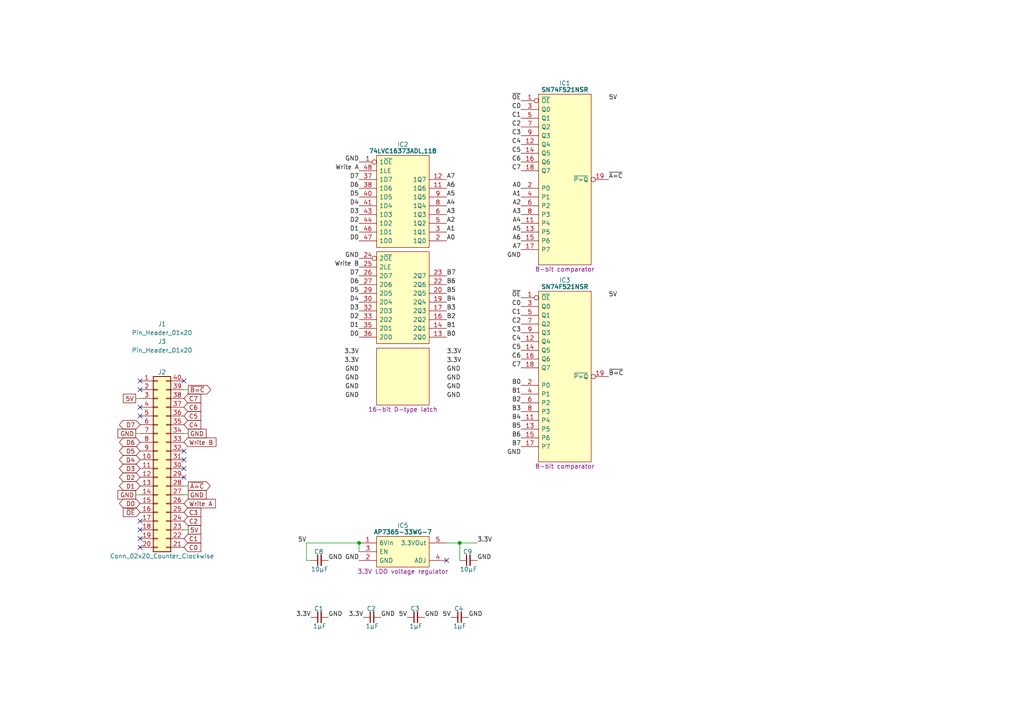
<source format=kicad_sch>
(kicad_sch
	(version 20231120)
	(generator "eeschema")
	(generator_version "8.0")
	(uuid "337b5f72-8be1-4121-9dc6-479b565482b2")
	(paper "A4")
	(title_block
		(title "Dual 8bit Comparator")
		(date "2023-10-07")
		(rev "V0")
	)
	(lib_symbols
		(symbol "Connector_Generic:Conn_02x20_Counter_Clockwise"
			(pin_names
				(offset 1.016) hide)
			(exclude_from_sim no)
			(in_bom yes)
			(on_board yes)
			(property "Reference" "J"
				(at 1.27 25.4 0)
				(effects
					(font
						(size 1.27 1.27)
					)
				)
			)
			(property "Value" "Conn_02x20_Counter_Clockwise"
				(at 1.27 -27.94 0)
				(effects
					(font
						(size 1.27 1.27)
					)
				)
			)
			(property "Footprint" ""
				(at 0 0 0)
				(effects
					(font
						(size 1.27 1.27)
					)
					(hide yes)
				)
			)
			(property "Datasheet" "~"
				(at 0 0 0)
				(effects
					(font
						(size 1.27 1.27)
					)
					(hide yes)
				)
			)
			(property "Description" "Generic connector, double row, 02x20, counter clockwise pin numbering scheme (similar to DIP package numbering), script generated (kicad-library-utils/schlib/autogen/connector/)"
				(at 0 0 0)
				(effects
					(font
						(size 1.27 1.27)
					)
					(hide yes)
				)
			)
			(property "ki_keywords" "connector"
				(at 0 0 0)
				(effects
					(font
						(size 1.27 1.27)
					)
					(hide yes)
				)
			)
			(property "ki_fp_filters" "Connector*:*_2x??_*"
				(at 0 0 0)
				(effects
					(font
						(size 1.27 1.27)
					)
					(hide yes)
				)
			)
			(symbol "Conn_02x20_Counter_Clockwise_1_1"
				(rectangle
					(start -1.27 -25.273)
					(end 0 -25.527)
					(stroke
						(width 0.1524)
						(type default)
					)
					(fill
						(type none)
					)
				)
				(rectangle
					(start -1.27 -22.733)
					(end 0 -22.987)
					(stroke
						(width 0.1524)
						(type default)
					)
					(fill
						(type none)
					)
				)
				(rectangle
					(start -1.27 -20.193)
					(end 0 -20.447)
					(stroke
						(width 0.1524)
						(type default)
					)
					(fill
						(type none)
					)
				)
				(rectangle
					(start -1.27 -17.653)
					(end 0 -17.907)
					(stroke
						(width 0.1524)
						(type default)
					)
					(fill
						(type none)
					)
				)
				(rectangle
					(start -1.27 -15.113)
					(end 0 -15.367)
					(stroke
						(width 0.1524)
						(type default)
					)
					(fill
						(type none)
					)
				)
				(rectangle
					(start -1.27 -12.573)
					(end 0 -12.827)
					(stroke
						(width 0.1524)
						(type default)
					)
					(fill
						(type none)
					)
				)
				(rectangle
					(start -1.27 -10.033)
					(end 0 -10.287)
					(stroke
						(width 0.1524)
						(type default)
					)
					(fill
						(type none)
					)
				)
				(rectangle
					(start -1.27 -7.493)
					(end 0 -7.747)
					(stroke
						(width 0.1524)
						(type default)
					)
					(fill
						(type none)
					)
				)
				(rectangle
					(start -1.27 -4.953)
					(end 0 -5.207)
					(stroke
						(width 0.1524)
						(type default)
					)
					(fill
						(type none)
					)
				)
				(rectangle
					(start -1.27 -2.413)
					(end 0 -2.667)
					(stroke
						(width 0.1524)
						(type default)
					)
					(fill
						(type none)
					)
				)
				(rectangle
					(start -1.27 0.127)
					(end 0 -0.127)
					(stroke
						(width 0.1524)
						(type default)
					)
					(fill
						(type none)
					)
				)
				(rectangle
					(start -1.27 2.667)
					(end 0 2.413)
					(stroke
						(width 0.1524)
						(type default)
					)
					(fill
						(type none)
					)
				)
				(rectangle
					(start -1.27 5.207)
					(end 0 4.953)
					(stroke
						(width 0.1524)
						(type default)
					)
					(fill
						(type none)
					)
				)
				(rectangle
					(start -1.27 7.747)
					(end 0 7.493)
					(stroke
						(width 0.1524)
						(type default)
					)
					(fill
						(type none)
					)
				)
				(rectangle
					(start -1.27 10.287)
					(end 0 10.033)
					(stroke
						(width 0.1524)
						(type default)
					)
					(fill
						(type none)
					)
				)
				(rectangle
					(start -1.27 12.827)
					(end 0 12.573)
					(stroke
						(width 0.1524)
						(type default)
					)
					(fill
						(type none)
					)
				)
				(rectangle
					(start -1.27 15.367)
					(end 0 15.113)
					(stroke
						(width 0.1524)
						(type default)
					)
					(fill
						(type none)
					)
				)
				(rectangle
					(start -1.27 17.907)
					(end 0 17.653)
					(stroke
						(width 0.1524)
						(type default)
					)
					(fill
						(type none)
					)
				)
				(rectangle
					(start -1.27 20.447)
					(end 0 20.193)
					(stroke
						(width 0.1524)
						(type default)
					)
					(fill
						(type none)
					)
				)
				(rectangle
					(start -1.27 22.987)
					(end 0 22.733)
					(stroke
						(width 0.1524)
						(type default)
					)
					(fill
						(type none)
					)
				)
				(rectangle
					(start -1.27 24.13)
					(end 3.81 -26.67)
					(stroke
						(width 0.254)
						(type default)
					)
					(fill
						(type background)
					)
				)
				(rectangle
					(start 3.81 -25.273)
					(end 2.54 -25.527)
					(stroke
						(width 0.1524)
						(type default)
					)
					(fill
						(type none)
					)
				)
				(rectangle
					(start 3.81 -22.733)
					(end 2.54 -22.987)
					(stroke
						(width 0.1524)
						(type default)
					)
					(fill
						(type none)
					)
				)
				(rectangle
					(start 3.81 -20.193)
					(end 2.54 -20.447)
					(stroke
						(width 0.1524)
						(type default)
					)
					(fill
						(type none)
					)
				)
				(rectangle
					(start 3.81 -17.653)
					(end 2.54 -17.907)
					(stroke
						(width 0.1524)
						(type default)
					)
					(fill
						(type none)
					)
				)
				(rectangle
					(start 3.81 -15.113)
					(end 2.54 -15.367)
					(stroke
						(width 0.1524)
						(type default)
					)
					(fill
						(type none)
					)
				)
				(rectangle
					(start 3.81 -12.573)
					(end 2.54 -12.827)
					(stroke
						(width 0.1524)
						(type default)
					)
					(fill
						(type none)
					)
				)
				(rectangle
					(start 3.81 -10.033)
					(end 2.54 -10.287)
					(stroke
						(width 0.1524)
						(type default)
					)
					(fill
						(type none)
					)
				)
				(rectangle
					(start 3.81 -7.493)
					(end 2.54 -7.747)
					(stroke
						(width 0.1524)
						(type default)
					)
					(fill
						(type none)
					)
				)
				(rectangle
					(start 3.81 -4.953)
					(end 2.54 -5.207)
					(stroke
						(width 0.1524)
						(type default)
					)
					(fill
						(type none)
					)
				)
				(rectangle
					(start 3.81 -2.413)
					(end 2.54 -2.667)
					(stroke
						(width 0.1524)
						(type default)
					)
					(fill
						(type none)
					)
				)
				(rectangle
					(start 3.81 0.127)
					(end 2.54 -0.127)
					(stroke
						(width 0.1524)
						(type default)
					)
					(fill
						(type none)
					)
				)
				(rectangle
					(start 3.81 2.667)
					(end 2.54 2.413)
					(stroke
						(width 0.1524)
						(type default)
					)
					(fill
						(type none)
					)
				)
				(rectangle
					(start 3.81 5.207)
					(end 2.54 4.953)
					(stroke
						(width 0.1524)
						(type default)
					)
					(fill
						(type none)
					)
				)
				(rectangle
					(start 3.81 7.747)
					(end 2.54 7.493)
					(stroke
						(width 0.1524)
						(type default)
					)
					(fill
						(type none)
					)
				)
				(rectangle
					(start 3.81 10.287)
					(end 2.54 10.033)
					(stroke
						(width 0.1524)
						(type default)
					)
					(fill
						(type none)
					)
				)
				(rectangle
					(start 3.81 12.827)
					(end 2.54 12.573)
					(stroke
						(width 0.1524)
						(type default)
					)
					(fill
						(type none)
					)
				)
				(rectangle
					(start 3.81 15.367)
					(end 2.54 15.113)
					(stroke
						(width 0.1524)
						(type default)
					)
					(fill
						(type none)
					)
				)
				(rectangle
					(start 3.81 17.907)
					(end 2.54 17.653)
					(stroke
						(width 0.1524)
						(type default)
					)
					(fill
						(type none)
					)
				)
				(rectangle
					(start 3.81 20.447)
					(end 2.54 20.193)
					(stroke
						(width 0.1524)
						(type default)
					)
					(fill
						(type none)
					)
				)
				(rectangle
					(start 3.81 22.987)
					(end 2.54 22.733)
					(stroke
						(width 0.1524)
						(type default)
					)
					(fill
						(type none)
					)
				)
				(pin passive line
					(at -5.08 22.86 0)
					(length 3.81)
					(name "Pin_1"
						(effects
							(font
								(size 1.27 1.27)
							)
						)
					)
					(number "1"
						(effects
							(font
								(size 1.27 1.27)
							)
						)
					)
				)
				(pin passive line
					(at -5.08 0 0)
					(length 3.81)
					(name "Pin_10"
						(effects
							(font
								(size 1.27 1.27)
							)
						)
					)
					(number "10"
						(effects
							(font
								(size 1.27 1.27)
							)
						)
					)
				)
				(pin passive line
					(at -5.08 -2.54 0)
					(length 3.81)
					(name "Pin_11"
						(effects
							(font
								(size 1.27 1.27)
							)
						)
					)
					(number "11"
						(effects
							(font
								(size 1.27 1.27)
							)
						)
					)
				)
				(pin passive line
					(at -5.08 -5.08 0)
					(length 3.81)
					(name "Pin_12"
						(effects
							(font
								(size 1.27 1.27)
							)
						)
					)
					(number "12"
						(effects
							(font
								(size 1.27 1.27)
							)
						)
					)
				)
				(pin passive line
					(at -5.08 -7.62 0)
					(length 3.81)
					(name "Pin_13"
						(effects
							(font
								(size 1.27 1.27)
							)
						)
					)
					(number "13"
						(effects
							(font
								(size 1.27 1.27)
							)
						)
					)
				)
				(pin passive line
					(at -5.08 -10.16 0)
					(length 3.81)
					(name "Pin_14"
						(effects
							(font
								(size 1.27 1.27)
							)
						)
					)
					(number "14"
						(effects
							(font
								(size 1.27 1.27)
							)
						)
					)
				)
				(pin passive line
					(at -5.08 -12.7 0)
					(length 3.81)
					(name "Pin_15"
						(effects
							(font
								(size 1.27 1.27)
							)
						)
					)
					(number "15"
						(effects
							(font
								(size 1.27 1.27)
							)
						)
					)
				)
				(pin passive line
					(at -5.08 -15.24 0)
					(length 3.81)
					(name "Pin_16"
						(effects
							(font
								(size 1.27 1.27)
							)
						)
					)
					(number "16"
						(effects
							(font
								(size 1.27 1.27)
							)
						)
					)
				)
				(pin passive line
					(at -5.08 -17.78 0)
					(length 3.81)
					(name "Pin_17"
						(effects
							(font
								(size 1.27 1.27)
							)
						)
					)
					(number "17"
						(effects
							(font
								(size 1.27 1.27)
							)
						)
					)
				)
				(pin passive line
					(at -5.08 -20.32 0)
					(length 3.81)
					(name "Pin_18"
						(effects
							(font
								(size 1.27 1.27)
							)
						)
					)
					(number "18"
						(effects
							(font
								(size 1.27 1.27)
							)
						)
					)
				)
				(pin passive line
					(at -5.08 -22.86 0)
					(length 3.81)
					(name "Pin_19"
						(effects
							(font
								(size 1.27 1.27)
							)
						)
					)
					(number "19"
						(effects
							(font
								(size 1.27 1.27)
							)
						)
					)
				)
				(pin passive line
					(at -5.08 20.32 0)
					(length 3.81)
					(name "Pin_2"
						(effects
							(font
								(size 1.27 1.27)
							)
						)
					)
					(number "2"
						(effects
							(font
								(size 1.27 1.27)
							)
						)
					)
				)
				(pin passive line
					(at -5.08 -25.4 0)
					(length 3.81)
					(name "Pin_20"
						(effects
							(font
								(size 1.27 1.27)
							)
						)
					)
					(number "20"
						(effects
							(font
								(size 1.27 1.27)
							)
						)
					)
				)
				(pin passive line
					(at 7.62 -25.4 180)
					(length 3.81)
					(name "Pin_21"
						(effects
							(font
								(size 1.27 1.27)
							)
						)
					)
					(number "21"
						(effects
							(font
								(size 1.27 1.27)
							)
						)
					)
				)
				(pin passive line
					(at 7.62 -22.86 180)
					(length 3.81)
					(name "Pin_22"
						(effects
							(font
								(size 1.27 1.27)
							)
						)
					)
					(number "22"
						(effects
							(font
								(size 1.27 1.27)
							)
						)
					)
				)
				(pin passive line
					(at 7.62 -20.32 180)
					(length 3.81)
					(name "Pin_23"
						(effects
							(font
								(size 1.27 1.27)
							)
						)
					)
					(number "23"
						(effects
							(font
								(size 1.27 1.27)
							)
						)
					)
				)
				(pin passive line
					(at 7.62 -17.78 180)
					(length 3.81)
					(name "Pin_24"
						(effects
							(font
								(size 1.27 1.27)
							)
						)
					)
					(number "24"
						(effects
							(font
								(size 1.27 1.27)
							)
						)
					)
				)
				(pin passive line
					(at 7.62 -15.24 180)
					(length 3.81)
					(name "Pin_25"
						(effects
							(font
								(size 1.27 1.27)
							)
						)
					)
					(number "25"
						(effects
							(font
								(size 1.27 1.27)
							)
						)
					)
				)
				(pin passive line
					(at 7.62 -12.7 180)
					(length 3.81)
					(name "Pin_26"
						(effects
							(font
								(size 1.27 1.27)
							)
						)
					)
					(number "26"
						(effects
							(font
								(size 1.27 1.27)
							)
						)
					)
				)
				(pin passive line
					(at 7.62 -10.16 180)
					(length 3.81)
					(name "Pin_27"
						(effects
							(font
								(size 1.27 1.27)
							)
						)
					)
					(number "27"
						(effects
							(font
								(size 1.27 1.27)
							)
						)
					)
				)
				(pin passive line
					(at 7.62 -7.62 180)
					(length 3.81)
					(name "Pin_28"
						(effects
							(font
								(size 1.27 1.27)
							)
						)
					)
					(number "28"
						(effects
							(font
								(size 1.27 1.27)
							)
						)
					)
				)
				(pin passive line
					(at 7.62 -5.08 180)
					(length 3.81)
					(name "Pin_29"
						(effects
							(font
								(size 1.27 1.27)
							)
						)
					)
					(number "29"
						(effects
							(font
								(size 1.27 1.27)
							)
						)
					)
				)
				(pin passive line
					(at -5.08 17.78 0)
					(length 3.81)
					(name "Pin_3"
						(effects
							(font
								(size 1.27 1.27)
							)
						)
					)
					(number "3"
						(effects
							(font
								(size 1.27 1.27)
							)
						)
					)
				)
				(pin passive line
					(at 7.62 -2.54 180)
					(length 3.81)
					(name "Pin_30"
						(effects
							(font
								(size 1.27 1.27)
							)
						)
					)
					(number "30"
						(effects
							(font
								(size 1.27 1.27)
							)
						)
					)
				)
				(pin passive line
					(at 7.62 0 180)
					(length 3.81)
					(name "Pin_31"
						(effects
							(font
								(size 1.27 1.27)
							)
						)
					)
					(number "31"
						(effects
							(font
								(size 1.27 1.27)
							)
						)
					)
				)
				(pin passive line
					(at 7.62 2.54 180)
					(length 3.81)
					(name "Pin_32"
						(effects
							(font
								(size 1.27 1.27)
							)
						)
					)
					(number "32"
						(effects
							(font
								(size 1.27 1.27)
							)
						)
					)
				)
				(pin passive line
					(at 7.62 5.08 180)
					(length 3.81)
					(name "Pin_33"
						(effects
							(font
								(size 1.27 1.27)
							)
						)
					)
					(number "33"
						(effects
							(font
								(size 1.27 1.27)
							)
						)
					)
				)
				(pin passive line
					(at 7.62 7.62 180)
					(length 3.81)
					(name "Pin_34"
						(effects
							(font
								(size 1.27 1.27)
							)
						)
					)
					(number "34"
						(effects
							(font
								(size 1.27 1.27)
							)
						)
					)
				)
				(pin passive line
					(at 7.62 10.16 180)
					(length 3.81)
					(name "Pin_35"
						(effects
							(font
								(size 1.27 1.27)
							)
						)
					)
					(number "35"
						(effects
							(font
								(size 1.27 1.27)
							)
						)
					)
				)
				(pin passive line
					(at 7.62 12.7 180)
					(length 3.81)
					(name "Pin_36"
						(effects
							(font
								(size 1.27 1.27)
							)
						)
					)
					(number "36"
						(effects
							(font
								(size 1.27 1.27)
							)
						)
					)
				)
				(pin passive line
					(at 7.62 15.24 180)
					(length 3.81)
					(name "Pin_37"
						(effects
							(font
								(size 1.27 1.27)
							)
						)
					)
					(number "37"
						(effects
							(font
								(size 1.27 1.27)
							)
						)
					)
				)
				(pin passive line
					(at 7.62 17.78 180)
					(length 3.81)
					(name "Pin_38"
						(effects
							(font
								(size 1.27 1.27)
							)
						)
					)
					(number "38"
						(effects
							(font
								(size 1.27 1.27)
							)
						)
					)
				)
				(pin passive line
					(at 7.62 20.32 180)
					(length 3.81)
					(name "Pin_39"
						(effects
							(font
								(size 1.27 1.27)
							)
						)
					)
					(number "39"
						(effects
							(font
								(size 1.27 1.27)
							)
						)
					)
				)
				(pin passive line
					(at -5.08 15.24 0)
					(length 3.81)
					(name "Pin_4"
						(effects
							(font
								(size 1.27 1.27)
							)
						)
					)
					(number "4"
						(effects
							(font
								(size 1.27 1.27)
							)
						)
					)
				)
				(pin passive line
					(at 7.62 22.86 180)
					(length 3.81)
					(name "Pin_40"
						(effects
							(font
								(size 1.27 1.27)
							)
						)
					)
					(number "40"
						(effects
							(font
								(size 1.27 1.27)
							)
						)
					)
				)
				(pin passive line
					(at -5.08 12.7 0)
					(length 3.81)
					(name "Pin_5"
						(effects
							(font
								(size 1.27 1.27)
							)
						)
					)
					(number "5"
						(effects
							(font
								(size 1.27 1.27)
							)
						)
					)
				)
				(pin passive line
					(at -5.08 10.16 0)
					(length 3.81)
					(name "Pin_6"
						(effects
							(font
								(size 1.27 1.27)
							)
						)
					)
					(number "6"
						(effects
							(font
								(size 1.27 1.27)
							)
						)
					)
				)
				(pin passive line
					(at -5.08 7.62 0)
					(length 3.81)
					(name "Pin_7"
						(effects
							(font
								(size 1.27 1.27)
							)
						)
					)
					(number "7"
						(effects
							(font
								(size 1.27 1.27)
							)
						)
					)
				)
				(pin passive line
					(at -5.08 5.08 0)
					(length 3.81)
					(name "Pin_8"
						(effects
							(font
								(size 1.27 1.27)
							)
						)
					)
					(number "8"
						(effects
							(font
								(size 1.27 1.27)
							)
						)
					)
				)
				(pin passive line
					(at -5.08 2.54 0)
					(length 3.81)
					(name "Pin_9"
						(effects
							(font
								(size 1.27 1.27)
							)
						)
					)
					(number "9"
						(effects
							(font
								(size 1.27 1.27)
							)
						)
					)
				)
			)
		)
		(symbol "Diodes_Inc:AP7365-33WG-7"
			(pin_names
				(offset 0.762)
			)
			(exclude_from_sim no)
			(in_bom yes)
			(on_board yes)
			(property "Reference" "IC"
				(at 12.7 5.08 0)
				(effects
					(font
						(size 1.27 1.27)
					)
				)
			)
			(property "Value" "AP7365-33WG-7"
				(at 12.7 3.175 0)
				(effects
					(font
						(size 1.27 1.27)
						(bold yes)
					)
				)
			)
			(property "Footprint" "SamacSys_Parts:SOT95P285X130-5N"
				(at 21.59 -14.605 0)
				(effects
					(font
						(size 1.27 1.27)
					)
					(justify left)
					(hide yes)
				)
			)
			(property "Datasheet" "https://componentsearchengine.com/Datasheets/1/AP7365-33WG-7.pdf"
				(at 21.59 -17.145 0)
				(effects
					(font
						(size 1.27 1.27)
					)
					(justify left)
					(hide yes)
				)
			)
			(property "Description" "3.3V LDO voltage regulator"
				(at 12.7 -8.255 0)
				(effects
					(font
						(size 1.27 1.27)
					)
				)
			)
			(property "Height" "1.3"
				(at 21.59 -19.685 0)
				(effects
					(font
						(size 1.27 1.27)
					)
					(justify left)
					(hide yes)
				)
			)
			(property "Manufacturer_Name" "Diodes Inc."
				(at 21.59 -22.225 0)
				(effects
					(font
						(size 1.27 1.27)
					)
					(justify left)
					(hide yes)
				)
			)
			(property "Manufacturer_Part_Number" "AP7365-33WG-7"
				(at 21.59 -24.765 0)
				(effects
					(font
						(size 1.27 1.27)
					)
					(justify left)
					(hide yes)
				)
			)
			(property "Mouser Part Number" "621-AP7365-33WG-7"
				(at 21.59 -27.305 0)
				(effects
					(font
						(size 1.27 1.27)
					)
					(justify left)
					(hide yes)
				)
			)
			(property "Mouser Price/Stock" "https://www.mouser.co.uk/ProductDetail/Diodes-Incorporated/AP7365-33WG-7?qs=abZ1nkZpTuOZFvxvoFPL0w%3D%3D"
				(at 21.59 -29.845 0)
				(effects
					(font
						(size 1.27 1.27)
					)
					(justify left)
					(hide yes)
				)
			)
			(property "Arrow Part Number" "AP7365-33WG-7"
				(at 21.59 -32.385 0)
				(effects
					(font
						(size 1.27 1.27)
					)
					(justify left)
					(hide yes)
				)
			)
			(property "Arrow Price/Stock" "https://www.arrow.com/en/products/ap7365-33wg-7/diodes-incorporated?region=nac"
				(at 21.59 -34.925 0)
				(effects
					(font
						(size 1.27 1.27)
					)
					(justify left)
					(hide yes)
				)
			)
			(property "Silkscreen" "AP7365"
				(at 21.59 -12.065 0)
				(effects
					(font
						(size 1.27 1.27)
					)
					(justify left)
					(hide yes)
				)
			)
			(symbol "AP7365-33WG-7_0_0"
				(pin passive line
					(at 0 -5.08 0)
					(length 5.08)
					(name "GND"
						(effects
							(font
								(size 1.27 1.27)
							)
						)
					)
					(number "2"
						(effects
							(font
								(size 1.27 1.27)
							)
						)
					)
				)
				(pin input line
					(at 0 -2.54 0)
					(length 5.08)
					(name "EN"
						(effects
							(font
								(size 1.27 1.27)
							)
						)
					)
					(number "3"
						(effects
							(font
								(size 1.27 1.27)
							)
						)
					)
				)
				(pin passive line
					(at 25.4 -5.08 180)
					(length 5.08)
					(name "ADJ"
						(effects
							(font
								(size 1.27 1.27)
							)
						)
					)
					(number "4"
						(effects
							(font
								(size 1.27 1.27)
							)
						)
					)
				)
			)
			(symbol "AP7365-33WG-7_0_1"
				(polyline
					(pts
						(xy 5.08 1.905) (xy 20.32 1.905) (xy 20.32 -6.985) (xy 5.08 -6.985) (xy 5.08 1.905)
					)
					(stroke
						(width 0)
						(type default)
					)
					(fill
						(type background)
					)
				)
			)
			(symbol "AP7365-33WG-7_1_0"
				(pin passive line
					(at 0 0 0)
					(length 5.08)
					(name "6VIn"
						(effects
							(font
								(size 1.27 1.27)
							)
						)
					)
					(number "1"
						(effects
							(font
								(size 1.27 1.27)
							)
						)
					)
				)
				(pin passive line
					(at 25.4 0 180)
					(length 5.08)
					(name "3.3VOut"
						(effects
							(font
								(size 1.27 1.27)
							)
						)
					)
					(number "5"
						(effects
							(font
								(size 1.27 1.27)
							)
						)
					)
				)
			)
		)
		(symbol "HCP65:C_0805"
			(pin_numbers hide)
			(pin_names
				(offset 0.254) hide)
			(exclude_from_sim no)
			(in_bom yes)
			(on_board yes)
			(property "Reference" "C"
				(at 2.286 2.54 0)
				(effects
					(font
						(size 1.27 1.27)
					)
				)
			)
			(property "Value" "?μF"
				(at 2.54 -2.54 0)
				(effects
					(font
						(size 1.27 1.27)
					)
				)
			)
			(property "Footprint" "SamacSys_Parts:C_0805"
				(at 16.764 -7.62 0)
				(effects
					(font
						(size 1.27 1.27)
					)
					(hide yes)
				)
			)
			(property "Datasheet" ""
				(at 2.2225 0.3175 90)
				(effects
					(font
						(size 1.27 1.27)
					)
					(hide yes)
				)
			)
			(property "Description" ""
				(at 0 0 0)
				(effects
					(font
						(size 1.27 1.27)
					)
					(hide yes)
				)
			)
			(property "ki_keywords" "capacitor cap"
				(at 0 0 0)
				(effects
					(font
						(size 1.27 1.27)
					)
					(hide yes)
				)
			)
			(property "ki_fp_filters" "C_*"
				(at 0 0 0)
				(effects
					(font
						(size 1.27 1.27)
					)
					(hide yes)
				)
			)
			(symbol "C_0805_0_1"
				(polyline
					(pts
						(xy 1.9685 -1.4605) (xy 1.9685 1.5875)
					)
					(stroke
						(width 0.3048)
						(type default)
					)
					(fill
						(type none)
					)
				)
				(polyline
					(pts
						(xy 2.9845 -1.4605) (xy 2.9845 1.5875)
					)
					(stroke
						(width 0.3302)
						(type default)
					)
					(fill
						(type none)
					)
				)
			)
			(symbol "C_0805_1_1"
				(pin passive line
					(at 0 0 0)
					(length 2.032)
					(name "~"
						(effects
							(font
								(size 1.27 1.27)
							)
						)
					)
					(number "1"
						(effects
							(font
								(size 1.27 1.27)
							)
						)
					)
				)
				(pin passive line
					(at 5.08 0 180)
					(length 2.032)
					(name "~"
						(effects
							(font
								(size 1.27 1.27)
							)
						)
					)
					(number "2"
						(effects
							(font
								(size 1.27 1.27)
							)
						)
					)
				)
			)
		)
		(symbol "HCP65:Pin_Header_01x32"
			(pin_names
				(offset 1.016) hide)
			(exclude_from_sim no)
			(in_bom yes)
			(on_board yes)
			(property "Reference" "J"
				(at 0 1.27 0)
				(effects
					(font
						(size 1.27 1.27)
					)
				)
			)
			(property "Value" "Pin_Header_01x32"
				(at 0 -1.27 0)
				(effects
					(font
						(size 1.27 1.27)
					)
				)
			)
			(property "Footprint" "SamacSys_Parts:PinHeader_1x32_P2.54mm_Vertical"
				(at 0 -3.81 0)
				(effects
					(font
						(size 1.27 1.27)
					)
					(hide yes)
				)
			)
			(property "Datasheet" "~"
				(at -5.08 0 0)
				(effects
					(font
						(size 1.27 1.27)
					)
					(hide yes)
				)
			)
			(property "Description" ""
				(at 0 0 0)
				(effects
					(font
						(size 1.27 1.27)
					)
					(hide yes)
				)
			)
			(property "ki_fp_filters" "Connector*:*_1x??_*"
				(at 0 0 0)
				(effects
					(font
						(size 1.27 1.27)
					)
					(hide yes)
				)
			)
		)
		(symbol "Nexperia:74LVC16373ADL,118"
			(pin_names
				(offset 0.762)
			)
			(exclude_from_sim no)
			(in_bom yes)
			(on_board yes)
			(property "Reference" "IC"
				(at 12.7 5.08 0)
				(effects
					(font
						(size 1.27 1.27)
					)
				)
			)
			(property "Value" "74LVC16373ADL,118"
				(at 12.7 3.175 0)
				(effects
					(font
						(size 1.27 1.27)
						(bold yes)
					)
				)
			)
			(property "Footprint" "SamacSys_Parts:SOP64P1025X280-48N"
				(at 23.495 -78.105 0)
				(effects
					(font
						(size 1.27 1.27)
					)
					(justify left)
					(hide yes)
				)
			)
			(property "Datasheet" "https://componentsearchengine.com/Datasheets/1/74LVC16373ADL,118.pdf"
				(at 23.495 -80.645 0)
				(effects
					(font
						(size 1.27 1.27)
					)
					(justify left)
					(hide yes)
				)
			)
			(property "Description" "16-bit D-type latch"
				(at 12.7 -71.755 0)
				(effects
					(font
						(size 1.27 1.27)
					)
				)
			)
			(property "Height" "2.8"
				(at 23.495 -85.725 0)
				(effects
					(font
						(size 1.27 1.27)
					)
					(justify left)
					(hide yes)
				)
			)
			(property "Mouser Part Number" "771-LVC16373ADL118"
				(at 23.495 -88.265 0)
				(effects
					(font
						(size 1.27 1.27)
					)
					(justify left)
					(hide yes)
				)
			)
			(property "Mouser Price/Stock" "https://www.mouser.com/Search/Refine.aspx?Keyword=771-LVC16373ADL118"
				(at 23.495 -90.805 0)
				(effects
					(font
						(size 1.27 1.27)
					)
					(justify left)
					(hide yes)
				)
			)
			(property "Manufacturer_Name" "Nexperia"
				(at 23.495 -99.06 0)
				(effects
					(font
						(size 1.27 1.27)
					)
					(justify left)
					(hide yes)
				)
			)
			(property "Manufacturer_Part_Number" "74LVC16373ADL,118"
				(at 23.495 -95.885 0)
				(effects
					(font
						(size 1.27 1.27)
					)
					(justify left)
					(hide yes)
				)
			)
			(property "Silkscreen" "74LVC16373"
				(at 12.7 -73.914 0)
				(effects
					(font
						(size 1.27 1.27)
					)
					(hide yes)
				)
			)
			(property "Garbage" "74LVC16373A; 74LVCH16373A - 16-bit D-type transparent latch with 5 V tolerant inputs/outputs; 3-state@en-us"
				(at 0 0 0)
				(effects
					(font
						(size 1.27 1.27)
					)
					(hide yes)
				)
			)
			(symbol "74LVC16373ADL,118_0_0"
				(pin input inverted
					(at 0 0 0)
					(length 5.08)
					(name "1~{OE}"
						(effects
							(font
								(size 1.27 1.27)
							)
						)
					)
					(number "1"
						(effects
							(font
								(size 1.27 1.27)
							)
						)
					)
				)
				(pin tri_state line
					(at 25.4 -7.62 180)
					(length 5.08)
					(name "1Q6"
						(effects
							(font
								(size 1.27 1.27)
							)
						)
					)
					(number "11"
						(effects
							(font
								(size 1.27 1.27)
							)
						)
					)
				)
				(pin tri_state line
					(at 25.4 -5.08 180)
					(length 5.08)
					(name "1Q7"
						(effects
							(font
								(size 1.27 1.27)
							)
						)
					)
					(number "12"
						(effects
							(font
								(size 1.27 1.27)
							)
						)
					)
				)
				(pin tri_state line
					(at 25.4 -50.8 180)
					(length 5.08)
					(name "2Q0"
						(effects
							(font
								(size 1.27 1.27)
							)
						)
					)
					(number "13"
						(effects
							(font
								(size 1.27 1.27)
							)
						)
					)
				)
				(pin tri_state line
					(at 25.4 -48.26 180)
					(length 5.08)
					(name "2Q1"
						(effects
							(font
								(size 1.27 1.27)
							)
						)
					)
					(number "14"
						(effects
							(font
								(size 1.27 1.27)
							)
						)
					)
				)
				(pin tri_state line
					(at 25.4 -45.72 180)
					(length 5.08)
					(name "2Q2"
						(effects
							(font
								(size 1.27 1.27)
							)
						)
					)
					(number "16"
						(effects
							(font
								(size 1.27 1.27)
							)
						)
					)
				)
				(pin tri_state line
					(at 25.4 -43.18 180)
					(length 5.08)
					(name "2Q3"
						(effects
							(font
								(size 1.27 1.27)
							)
						)
					)
					(number "17"
						(effects
							(font
								(size 1.27 1.27)
							)
						)
					)
				)
				(pin tri_state line
					(at 25.4 -40.64 180)
					(length 5.08)
					(name "2Q4"
						(effects
							(font
								(size 1.27 1.27)
							)
						)
					)
					(number "19"
						(effects
							(font
								(size 1.27 1.27)
							)
						)
					)
				)
				(pin tri_state line
					(at 25.4 -22.86 180)
					(length 5.08)
					(name "1Q0"
						(effects
							(font
								(size 1.27 1.27)
							)
						)
					)
					(number "2"
						(effects
							(font
								(size 1.27 1.27)
							)
						)
					)
				)
				(pin tri_state line
					(at 25.4 -38.1 180)
					(length 5.08)
					(name "2Q5"
						(effects
							(font
								(size 1.27 1.27)
							)
						)
					)
					(number "20"
						(effects
							(font
								(size 1.27 1.27)
							)
						)
					)
				)
				(pin tri_state line
					(at 25.4 -35.56 180)
					(length 5.08)
					(name "2Q6"
						(effects
							(font
								(size 1.27 1.27)
							)
						)
					)
					(number "22"
						(effects
							(font
								(size 1.27 1.27)
							)
						)
					)
				)
				(pin tri_state line
					(at 25.4 -33.02 180)
					(length 5.08)
					(name "2Q7"
						(effects
							(font
								(size 1.27 1.27)
							)
						)
					)
					(number "23"
						(effects
							(font
								(size 1.27 1.27)
							)
						)
					)
				)
				(pin input inverted
					(at 0 -27.94 0)
					(length 5.08)
					(name "2~{OE}"
						(effects
							(font
								(size 1.27 1.27)
							)
						)
					)
					(number "24"
						(effects
							(font
								(size 1.27 1.27)
							)
						)
					)
				)
				(pin input line
					(at 0 -30.48 0)
					(length 5.08)
					(name "2LE"
						(effects
							(font
								(size 1.27 1.27)
							)
						)
					)
					(number "25"
						(effects
							(font
								(size 1.27 1.27)
							)
						)
					)
				)
				(pin input line
					(at 0 -33.02 0)
					(length 5.08)
					(name "2D7"
						(effects
							(font
								(size 1.27 1.27)
							)
						)
					)
					(number "26"
						(effects
							(font
								(size 1.27 1.27)
							)
						)
					)
				)
				(pin input line
					(at 0 -35.56 0)
					(length 5.08)
					(name "2D6"
						(effects
							(font
								(size 1.27 1.27)
							)
						)
					)
					(number "27"
						(effects
							(font
								(size 1.27 1.27)
							)
						)
					)
				)
				(pin input line
					(at 0 -38.1 0)
					(length 5.08)
					(name "2D5"
						(effects
							(font
								(size 1.27 1.27)
							)
						)
					)
					(number "29"
						(effects
							(font
								(size 1.27 1.27)
							)
						)
					)
				)
				(pin tri_state line
					(at 25.4 -20.32 180)
					(length 5.08)
					(name "1Q1"
						(effects
							(font
								(size 1.27 1.27)
							)
						)
					)
					(number "3"
						(effects
							(font
								(size 1.27 1.27)
							)
						)
					)
				)
				(pin input line
					(at 0 -40.64 0)
					(length 5.08)
					(name "2D4"
						(effects
							(font
								(size 1.27 1.27)
							)
						)
					)
					(number "30"
						(effects
							(font
								(size 1.27 1.27)
							)
						)
					)
				)
				(pin input line
					(at 0 -43.18 0)
					(length 5.08)
					(name "2D3"
						(effects
							(font
								(size 1.27 1.27)
							)
						)
					)
					(number "32"
						(effects
							(font
								(size 1.27 1.27)
							)
						)
					)
				)
				(pin input line
					(at 0 -45.72 0)
					(length 5.08)
					(name "2D2"
						(effects
							(font
								(size 1.27 1.27)
							)
						)
					)
					(number "33"
						(effects
							(font
								(size 1.27 1.27)
							)
						)
					)
				)
				(pin input line
					(at 0 -48.26 0)
					(length 5.08)
					(name "2D1"
						(effects
							(font
								(size 1.27 1.27)
							)
						)
					)
					(number "35"
						(effects
							(font
								(size 1.27 1.27)
							)
						)
					)
				)
				(pin input line
					(at 0 -50.8 0)
					(length 5.08)
					(name "2D0"
						(effects
							(font
								(size 1.27 1.27)
							)
						)
					)
					(number "36"
						(effects
							(font
								(size 1.27 1.27)
							)
						)
					)
				)
				(pin input line
					(at 0 -5.08 0)
					(length 5.08)
					(name "1D7"
						(effects
							(font
								(size 1.27 1.27)
							)
						)
					)
					(number "37"
						(effects
							(font
								(size 1.27 1.27)
							)
						)
					)
				)
				(pin input line
					(at 0 -10.16 0)
					(length 5.08)
					(name "1D5"
						(effects
							(font
								(size 1.27 1.27)
							)
						)
					)
					(number "40"
						(effects
							(font
								(size 1.27 1.27)
							)
						)
					)
				)
				(pin input line
					(at 0 -12.7 0)
					(length 5.08)
					(name "1D4"
						(effects
							(font
								(size 1.27 1.27)
							)
						)
					)
					(number "41"
						(effects
							(font
								(size 1.27 1.27)
							)
						)
					)
				)
				(pin input line
					(at 0 -15.24 0)
					(length 5.08)
					(name "1D3"
						(effects
							(font
								(size 1.27 1.27)
							)
						)
					)
					(number "43"
						(effects
							(font
								(size 1.27 1.27)
							)
						)
					)
				)
				(pin input line
					(at 0 -17.78 0)
					(length 5.08)
					(name "1D2"
						(effects
							(font
								(size 1.27 1.27)
							)
						)
					)
					(number "44"
						(effects
							(font
								(size 1.27 1.27)
							)
						)
					)
				)
				(pin input line
					(at 0 -20.32 0)
					(length 5.08)
					(name "1D1"
						(effects
							(font
								(size 1.27 1.27)
							)
						)
					)
					(number "46"
						(effects
							(font
								(size 1.27 1.27)
							)
						)
					)
				)
				(pin input line
					(at 0 -22.86 0)
					(length 5.08)
					(name "1D0"
						(effects
							(font
								(size 1.27 1.27)
							)
						)
					)
					(number "47"
						(effects
							(font
								(size 1.27 1.27)
							)
						)
					)
				)
				(pin input line
					(at 0 -2.54 0)
					(length 5.08)
					(name "1LE"
						(effects
							(font
								(size 1.27 1.27)
							)
						)
					)
					(number "48"
						(effects
							(font
								(size 1.27 1.27)
							)
						)
					)
				)
				(pin tri_state line
					(at 25.4 -17.78 180)
					(length 5.08)
					(name "1Q2"
						(effects
							(font
								(size 1.27 1.27)
							)
						)
					)
					(number "5"
						(effects
							(font
								(size 1.27 1.27)
							)
						)
					)
				)
				(pin tri_state line
					(at 25.4 -15.24 180)
					(length 5.08)
					(name "1Q3"
						(effects
							(font
								(size 1.27 1.27)
							)
						)
					)
					(number "6"
						(effects
							(font
								(size 1.27 1.27)
							)
						)
					)
				)
				(pin tri_state line
					(at 25.4 -12.7 180)
					(length 5.08)
					(name "1Q4"
						(effects
							(font
								(size 1.27 1.27)
							)
						)
					)
					(number "8"
						(effects
							(font
								(size 1.27 1.27)
							)
						)
					)
				)
				(pin tri_state line
					(at 25.4 -10.16 180)
					(length 5.08)
					(name "1Q5"
						(effects
							(font
								(size 1.27 1.27)
							)
						)
					)
					(number "9"
						(effects
							(font
								(size 1.27 1.27)
							)
						)
					)
				)
			)
			(symbol "74LVC16373ADL,118_0_1"
				(polyline
					(pts
						(xy 5.08 -53.975) (xy 20.32 -53.975) (xy 20.32 -70.485) (xy 5.08 -70.485) (xy 5.08 -53.975)
					)
					(stroke
						(width 0.1524)
						(type default)
					)
					(fill
						(type background)
					)
				)
				(polyline
					(pts
						(xy 5.08 -26.035) (xy 20.32 -26.035) (xy 20.32 -52.705) (xy 5.08 -52.705) (xy 5.08 -26.035)
					)
					(stroke
						(width 0.1524)
						(type default)
					)
					(fill
						(type background)
					)
				)
				(polyline
					(pts
						(xy 5.08 1.905) (xy 20.32 1.905) (xy 20.32 -24.765) (xy 5.08 -24.765) (xy 5.08 1.905)
					)
					(stroke
						(width 0.1524)
						(type default)
					)
					(fill
						(type background)
					)
				)
			)
			(symbol "74LVC16373ADL,118_1_0"
				(pin passive line
					(at 0 -63.5 0)
					(length 5.08) hide
					(name "GND"
						(effects
							(font
								(size 1.27 1.27)
							)
						)
					)
					(number "10"
						(effects
							(font
								(size 1.27 1.27)
							)
						)
					)
				)
				(pin passive line
					(at 0 -66.04 0)
					(length 5.08) hide
					(name "GND"
						(effects
							(font
								(size 1.27 1.27)
							)
						)
					)
					(number "15"
						(effects
							(font
								(size 1.27 1.27)
							)
						)
					)
				)
				(pin passive line
					(at 0 -58.42 0)
					(length 5.08) hide
					(name "3V"
						(effects
							(font
								(size 1.27 1.27)
							)
						)
					)
					(number "18"
						(effects
							(font
								(size 1.27 1.27)
							)
						)
					)
				)
				(pin passive line
					(at 0 -68.58 0)
					(length 5.08) hide
					(name "GND"
						(effects
							(font
								(size 1.27 1.27)
							)
						)
					)
					(number "21"
						(effects
							(font
								(size 1.27 1.27)
							)
						)
					)
				)
				(pin passive line
					(at 25.4 -68.58 180)
					(length 5.08) hide
					(name "GND"
						(effects
							(font
								(size 1.27 1.27)
							)
						)
					)
					(number "28"
						(effects
							(font
								(size 1.27 1.27)
							)
						)
					)
				)
				(pin passive line
					(at 25.4 -58.42 180)
					(length 5.08) hide
					(name "3V"
						(effects
							(font
								(size 1.27 1.27)
							)
						)
					)
					(number "31"
						(effects
							(font
								(size 1.27 1.27)
							)
						)
					)
				)
				(pin passive line
					(at 25.4 -66.04 180)
					(length 5.08) hide
					(name "GND"
						(effects
							(font
								(size 1.27 1.27)
							)
						)
					)
					(number "34"
						(effects
							(font
								(size 1.27 1.27)
							)
						)
					)
				)
				(pin input line
					(at 0 -7.62 0)
					(length 5.08)
					(name "1D6"
						(effects
							(font
								(size 1.27 1.27)
							)
						)
					)
					(number "38"
						(effects
							(font
								(size 1.27 1.27)
							)
						)
					)
				)
				(pin passive line
					(at 25.4 -63.5 180)
					(length 5.08) hide
					(name "GND"
						(effects
							(font
								(size 1.27 1.27)
							)
						)
					)
					(number "39"
						(effects
							(font
								(size 1.27 1.27)
							)
						)
					)
				)
				(pin passive line
					(at 0 -60.96 0)
					(length 5.08) hide
					(name "GND"
						(effects
							(font
								(size 1.27 1.27)
							)
						)
					)
					(number "4"
						(effects
							(font
								(size 1.27 1.27)
							)
						)
					)
				)
				(pin passive line
					(at 25.4 -55.88 180)
					(length 5.08) hide
					(name "3V"
						(effects
							(font
								(size 1.27 1.27)
							)
						)
					)
					(number "42"
						(effects
							(font
								(size 1.27 1.27)
							)
						)
					)
				)
				(pin passive line
					(at 25.4 -60.96 180)
					(length 5.08) hide
					(name "GND"
						(effects
							(font
								(size 1.27 1.27)
							)
						)
					)
					(number "45"
						(effects
							(font
								(size 1.27 1.27)
							)
						)
					)
				)
				(pin passive line
					(at 0 -55.88 0)
					(length 5.08) hide
					(name "3V"
						(effects
							(font
								(size 1.27 1.27)
							)
						)
					)
					(number "7"
						(effects
							(font
								(size 1.27 1.27)
							)
						)
					)
				)
			)
		)
		(symbol "Texas_Instruments:SN74F521NSR"
			(pin_names
				(offset 0.762)
			)
			(exclude_from_sim no)
			(in_bom yes)
			(on_board yes)
			(property "Reference" "IC"
				(at 12.7 5.08 0)
				(effects
					(font
						(size 1.27 1.27)
					)
				)
			)
			(property "Value" "SN74F521NSR"
				(at 12.7 3.175 0)
				(effects
					(font
						(size 1.27 1.27)
						(bold yes)
					)
				)
			)
			(property "Footprint" "SamacSys_Parts:SOIC127P780X200-20N"
				(at 31.115 -33.02 0)
				(effects
					(font
						(size 1.27 1.27)
					)
					(justify left)
					(hide yes)
				)
			)
			(property "Datasheet" "http://www.ti.com/lit/gpn/sn74f521"
				(at 31.115 -35.56 0)
				(effects
					(font
						(size 1.27 1.27)
					)
					(justify left)
					(hide yes)
				)
			)
			(property "Description" "8-bit comparator"
				(at 12.7 -48.895 0)
				(effects
					(font
						(size 1.27 1.27)
					)
				)
			)
			(property "Height" "2"
				(at 31.115 -40.64 0)
				(effects
					(font
						(size 1.27 1.27)
					)
					(justify left)
					(hide yes)
				)
			)
			(property "Mouser Part Number" "595-SN74F521NSR"
				(at 31.115 -43.18 0)
				(effects
					(font
						(size 1.27 1.27)
					)
					(justify left)
					(hide yes)
				)
			)
			(property "Mouser Price/Stock" "https://www.mouser.co.uk/ProductDetail/Texas-Instruments/SN74F521NSR?qs=mE33ZKBHyE6KJhInhzfN1g%3D%3D"
				(at 31.115 -45.72 0)
				(effects
					(font
						(size 1.27 1.27)
					)
					(justify left)
					(hide yes)
				)
			)
			(property "Manufacturer_Name" "Texas Instruments"
				(at 31.115 -48.26 0)
				(effects
					(font
						(size 1.27 1.27)
					)
					(justify left)
					(hide yes)
				)
			)
			(property "Manufacturer_Part_Number" "SN74F521NSR"
				(at 31.115 -50.8 0)
				(effects
					(font
						(size 1.27 1.27)
					)
					(justify left)
					(hide yes)
				)
			)
			(property "Silkscreen" "74F521"
				(at 12.7 -51.435 0)
				(effects
					(font
						(size 1.27 1.27)
					)
					(hide yes)
				)
			)
			(property "Garbage" "8-Bit Identity/Magnitude Comparators (P=Q) with Enable"
				(at 0 0 0)
				(effects
					(font
						(size 1.27 1.27)
					)
					(hide yes)
				)
			)
			(symbol "SN74F521NSR_0_0"
				(pin input inverted
					(at 0 0 0)
					(length 5.08)
					(name "~{OE}"
						(effects
							(font
								(size 1.27 1.27)
							)
						)
					)
					(number "1"
						(effects
							(font
								(size 1.27 1.27)
							)
						)
					)
				)
				(pin input line
					(at 0 -35.56 0)
					(length 5.08)
					(name "P4"
						(effects
							(font
								(size 1.27 1.27)
							)
						)
					)
					(number "11"
						(effects
							(font
								(size 1.27 1.27)
							)
						)
					)
				)
				(pin input line
					(at 0 -12.7 0)
					(length 5.08)
					(name "Q4"
						(effects
							(font
								(size 1.27 1.27)
							)
						)
					)
					(number "12"
						(effects
							(font
								(size 1.27 1.27)
							)
						)
					)
				)
				(pin input line
					(at 0 -38.1 0)
					(length 5.08)
					(name "P5"
						(effects
							(font
								(size 1.27 1.27)
							)
						)
					)
					(number "13"
						(effects
							(font
								(size 1.27 1.27)
							)
						)
					)
				)
				(pin input line
					(at 0 -15.24 0)
					(length 5.08)
					(name "Q5"
						(effects
							(font
								(size 1.27 1.27)
							)
						)
					)
					(number "14"
						(effects
							(font
								(size 1.27 1.27)
							)
						)
					)
				)
				(pin input line
					(at 0 -40.64 0)
					(length 5.08)
					(name "P6"
						(effects
							(font
								(size 1.27 1.27)
							)
						)
					)
					(number "15"
						(effects
							(font
								(size 1.27 1.27)
							)
						)
					)
				)
				(pin input line
					(at 0 -17.78 0)
					(length 5.08)
					(name "Q6"
						(effects
							(font
								(size 1.27 1.27)
							)
						)
					)
					(number "16"
						(effects
							(font
								(size 1.27 1.27)
							)
						)
					)
				)
				(pin input line
					(at 0 -43.18 0)
					(length 5.08)
					(name "P7"
						(effects
							(font
								(size 1.27 1.27)
							)
						)
					)
					(number "17"
						(effects
							(font
								(size 1.27 1.27)
							)
						)
					)
				)
				(pin input line
					(at 0 -20.32 0)
					(length 5.08)
					(name "Q7"
						(effects
							(font
								(size 1.27 1.27)
							)
						)
					)
					(number "18"
						(effects
							(font
								(size 1.27 1.27)
							)
						)
					)
				)
				(pin output inverted
					(at 25.4 -22.86 180)
					(length 5.08)
					(name "~{P=Q}"
						(effects
							(font
								(size 1.27 1.27)
							)
						)
					)
					(number "19"
						(effects
							(font
								(size 1.27 1.27)
							)
						)
					)
				)
				(pin input line
					(at 0 -25.4 0)
					(length 5.08)
					(name "P0"
						(effects
							(font
								(size 1.27 1.27)
							)
						)
					)
					(number "2"
						(effects
							(font
								(size 1.27 1.27)
							)
						)
					)
				)
				(pin input line
					(at 0 -2.54 0)
					(length 5.08)
					(name "Q0"
						(effects
							(font
								(size 1.27 1.27)
							)
						)
					)
					(number "3"
						(effects
							(font
								(size 1.27 1.27)
							)
						)
					)
				)
				(pin input line
					(at 0 -27.94 0)
					(length 5.08)
					(name "P1"
						(effects
							(font
								(size 1.27 1.27)
							)
						)
					)
					(number "4"
						(effects
							(font
								(size 1.27 1.27)
							)
						)
					)
				)
				(pin input line
					(at 0 -5.08 0)
					(length 5.08)
					(name "Q1"
						(effects
							(font
								(size 1.27 1.27)
							)
						)
					)
					(number "5"
						(effects
							(font
								(size 1.27 1.27)
							)
						)
					)
				)
				(pin input line
					(at 0 -30.48 0)
					(length 5.08)
					(name "P2"
						(effects
							(font
								(size 1.27 1.27)
							)
						)
					)
					(number "6"
						(effects
							(font
								(size 1.27 1.27)
							)
						)
					)
				)
				(pin input line
					(at 0 -7.62 0)
					(length 5.08)
					(name "Q2"
						(effects
							(font
								(size 1.27 1.27)
							)
						)
					)
					(number "7"
						(effects
							(font
								(size 1.27 1.27)
							)
						)
					)
				)
				(pin input line
					(at 0 -33.02 0)
					(length 5.08)
					(name "P3"
						(effects
							(font
								(size 1.27 1.27)
							)
						)
					)
					(number "8"
						(effects
							(font
								(size 1.27 1.27)
							)
						)
					)
				)
				(pin input line
					(at 0 -10.16 0)
					(length 5.08)
					(name "Q3"
						(effects
							(font
								(size 1.27 1.27)
							)
						)
					)
					(number "9"
						(effects
							(font
								(size 1.27 1.27)
							)
						)
					)
				)
			)
			(symbol "SN74F521NSR_0_1"
				(polyline
					(pts
						(xy 5.08 1.905) (xy 20.32 1.905) (xy 20.32 -47.625) (xy 5.08 -47.625) (xy 5.08 1.905)
					)
					(stroke
						(width 0.1524)
						(type default)
					)
					(fill
						(type background)
					)
				)
			)
			(symbol "SN74F521NSR_1_0"
				(pin passive line
					(at 0 -45.72 0)
					(length 5.08) hide
					(name "GND"
						(effects
							(font
								(size 1.27 1.27)
							)
						)
					)
					(number "10"
						(effects
							(font
								(size 1.27 1.27)
							)
						)
					)
				)
				(pin passive line
					(at 25.4 0 180)
					(length 5.08) hide
					(name "5V"
						(effects
							(font
								(size 1.27 1.27)
							)
						)
					)
					(number "20"
						(effects
							(font
								(size 1.27 1.27)
							)
						)
					)
				)
			)
		)
	)
	(junction
		(at 104.14 157.48)
		(diameter 0)
		(color 0 0 0 0)
		(uuid "413af9fc-5730-4581-bcd6-4066802553e7")
	)
	(junction
		(at 133.35 157.48)
		(diameter 0)
		(color 0 0 0 0)
		(uuid "b483095b-b3f1-413b-bfdc-dd45b3a6b7a0")
	)
	(no_connect
		(at 129.54 162.56)
		(uuid "2acb9f61-7e35-41b1-ad56-ec6ab018021d")
	)
	(no_connect
		(at 40.64 153.67)
		(uuid "3837c04e-c21d-4dc1-bb71-e110462ffcb1")
	)
	(no_connect
		(at 40.64 113.03)
		(uuid "4158e13d-e7c0-4923-84e3-2eb36931ef62")
	)
	(no_connect
		(at 40.64 110.49)
		(uuid "483dc2e9-0a79-4fbc-8e7d-6791fe3150ea")
	)
	(no_connect
		(at 40.64 151.13)
		(uuid "4bd7d3f1-087c-436b-9010-c826986f2f65")
	)
	(no_connect
		(at 40.64 156.21)
		(uuid "69cfdd78-059b-4f45-8fa3-5f1bc5b12e55")
	)
	(no_connect
		(at 40.64 158.75)
		(uuid "84593426-713d-41b1-9edd-235d4b102f5b")
	)
	(no_connect
		(at 53.34 130.81)
		(uuid "9b070cc0-2168-4f50-84db-9b9427277c22")
	)
	(no_connect
		(at 40.64 118.11)
		(uuid "a43b96e5-7fd5-412d-a5ce-62b1d14d2f92")
	)
	(no_connect
		(at 40.64 120.65)
		(uuid "bd5bbb11-011b-4df7-959f-133743d06217")
	)
	(no_connect
		(at 53.34 133.35)
		(uuid "c7489518-c4ee-4e96-a6f5-45dc3a2661f7")
	)
	(no_connect
		(at 53.34 135.89)
		(uuid "de77f4ff-8944-47cd-9b49-5ed1ee653c5d")
	)
	(no_connect
		(at 53.34 138.43)
		(uuid "e1b6ca0d-1bb0-4f89-83d5-793a6647d0cc")
	)
	(no_connect
		(at 53.34 110.49)
		(uuid "f580534c-a400-450c-852b-cc9506830150")
	)
	(wire
		(pts
			(xy 133.35 162.56) (xy 133.35 157.48)
		)
		(stroke
			(width 0)
			(type default)
		)
		(uuid "26219dd1-99de-4424-b167-2c7dcb1ebc12")
	)
	(wire
		(pts
			(xy 88.9 157.48) (xy 104.14 157.48)
		)
		(stroke
			(width 0)
			(type default)
		)
		(uuid "4ebb928e-f2be-4f76-aabe-4749c3ffc63f")
	)
	(wire
		(pts
			(xy 54.61 125.73) (xy 53.34 125.73)
		)
		(stroke
			(width 0)
			(type default)
		)
		(uuid "5cb4f391-ed9a-4dc7-9a40-93ec96ae8578")
	)
	(wire
		(pts
			(xy 54.61 143.51) (xy 53.34 143.51)
		)
		(stroke
			(width 0)
			(type default)
		)
		(uuid "6ab3c502-57cb-4f11-8129-bb12b9f064dd")
	)
	(wire
		(pts
			(xy 104.14 157.48) (xy 104.14 160.02)
		)
		(stroke
			(width 0)
			(type default)
		)
		(uuid "6bcd95ff-6a51-4ead-aa6a-628fdc2cc852")
	)
	(wire
		(pts
			(xy 39.37 115.57) (xy 40.64 115.57)
		)
		(stroke
			(width 0)
			(type default)
		)
		(uuid "70a6fa12-c954-4912-8348-7c46d1116474")
	)
	(wire
		(pts
			(xy 39.37 143.51) (xy 40.64 143.51)
		)
		(stroke
			(width 0)
			(type default)
		)
		(uuid "86b44228-ccbc-4d4f-9f7e-141b023a7234")
	)
	(wire
		(pts
			(xy 54.61 153.67) (xy 53.34 153.67)
		)
		(stroke
			(width 0)
			(type default)
		)
		(uuid "8930b98c-c141-42bb-8819-2b098fd65c44")
	)
	(wire
		(pts
			(xy 129.54 157.48) (xy 133.35 157.48)
		)
		(stroke
			(width 0)
			(type default)
		)
		(uuid "a70da8ac-e087-4b2c-bb48-900e71135de0")
	)
	(wire
		(pts
			(xy 54.61 140.97) (xy 53.34 140.97)
		)
		(stroke
			(width 0)
			(type default)
		)
		(uuid "c2c4cfbf-9f23-477f-8265-cde8724bec39")
	)
	(wire
		(pts
			(xy 88.9 157.48) (xy 88.9 162.56)
		)
		(stroke
			(width 0)
			(type default)
		)
		(uuid "c80f7ae1-0cda-4c1a-bbb5-9092aef6711c")
	)
	(wire
		(pts
			(xy 39.37 125.73) (xy 40.64 125.73)
		)
		(stroke
			(width 0)
			(type default)
		)
		(uuid "c8b6b286-1a91-4e27-9be2-dfe9bec5cdeb")
	)
	(wire
		(pts
			(xy 54.61 113.03) (xy 53.34 113.03)
		)
		(stroke
			(width 0)
			(type default)
		)
		(uuid "ec55577e-1fc6-43f3-a8b2-07050e8fa727")
	)
	(wire
		(pts
			(xy 88.9 162.56) (xy 90.17 162.56)
		)
		(stroke
			(width 0)
			(type default)
		)
		(uuid "ec59795c-0268-4c6a-8915-70f48d7fb95b")
	)
	(wire
		(pts
			(xy 133.35 157.48) (xy 138.43 157.48)
		)
		(stroke
			(width 0)
			(type default)
		)
		(uuid "f5a44683-1946-4e2a-9349-8f328e411edc")
	)
	(label "C2"
		(at 151.13 36.83 180)
		(fields_autoplaced yes)
		(effects
			(font
				(size 1.27 1.27)
			)
			(justify right bottom)
		)
		(uuid "0279bbc2-fb0b-4544-a9e9-1f943dd8a3c0")
	)
	(label "C0"
		(at 151.13 88.9 180)
		(fields_autoplaced yes)
		(effects
			(font
				(size 1.27 1.27)
			)
			(justify right bottom)
		)
		(uuid "029ef27e-2fe3-42df-8089-7f038e289d5b")
	)
	(label "B5"
		(at 151.13 124.46 180)
		(fields_autoplaced yes)
		(effects
			(font
				(size 1.27 1.27)
			)
			(justify right bottom)
		)
		(uuid "06d0d38d-12da-4e7a-8581-3459d01734dd")
	)
	(label "A2"
		(at 151.13 59.69 180)
		(fields_autoplaced yes)
		(effects
			(font
				(size 1.27 1.27)
			)
			(justify right bottom)
		)
		(uuid "0dce4330-d979-4a57-9a5c-148291ccf69d")
	)
	(label "A5"
		(at 151.13 67.31 180)
		(fields_autoplaced yes)
		(effects
			(font
				(size 1.27 1.27)
			)
			(justify right bottom)
		)
		(uuid "0dd86b5c-c212-4368-a411-0f8add661213")
	)
	(label "B0"
		(at 151.13 111.76 180)
		(fields_autoplaced yes)
		(effects
			(font
				(size 1.27 1.27)
			)
			(justify right bottom)
		)
		(uuid "109f272b-a9d8-4d0e-9f91-150f20501b41")
	)
	(label "D0"
		(at 104.14 69.85 180)
		(fields_autoplaced yes)
		(effects
			(font
				(size 1.27 1.27)
			)
			(justify right bottom)
		)
		(uuid "171b2e2e-100d-44a9-8167-a7e4e3748473")
	)
	(label "GND"
		(at 151.13 74.93 180)
		(fields_autoplaced yes)
		(effects
			(font
				(size 1.27 1.27)
			)
			(justify right bottom)
		)
		(uuid "17584e90-1c7f-4b54-9ddd-85383d1cfe23")
	)
	(label "D7"
		(at 104.14 52.07 180)
		(fields_autoplaced yes)
		(effects
			(font
				(size 1.27 1.27)
			)
			(justify right bottom)
		)
		(uuid "20909af3-ba6e-4736-b6f7-eba2e54fbb8a")
	)
	(label "C3"
		(at 151.13 39.37 180)
		(fields_autoplaced yes)
		(effects
			(font
				(size 1.27 1.27)
			)
			(justify right bottom)
		)
		(uuid "231c569c-5b9f-4c42-9b71-95aba880322d")
	)
	(label "C4"
		(at 151.13 41.91 180)
		(fields_autoplaced yes)
		(effects
			(font
				(size 1.27 1.27)
			)
			(justify right bottom)
		)
		(uuid "23407d26-bb1a-4512-9c9d-93389e7b44d8")
	)
	(label "C6"
		(at 151.13 46.99 180)
		(fields_autoplaced yes)
		(effects
			(font
				(size 1.27 1.27)
			)
			(justify right bottom)
		)
		(uuid "260d3bc7-8745-4ea2-bcb7-4cfe07efd56e")
	)
	(label "GND"
		(at 138.43 162.56 0)
		(fields_autoplaced yes)
		(effects
			(font
				(size 1.27 1.27)
			)
			(justify left bottom)
		)
		(uuid "2703f9d4-cbda-4d41-b75d-1696dd2e6090")
	)
	(label "C6"
		(at 151.13 104.14 180)
		(fields_autoplaced yes)
		(effects
			(font
				(size 1.27 1.27)
			)
			(justify right bottom)
		)
		(uuid "27cd6f22-92c8-43fc-bbf1-d0d91bdb8ee7")
	)
	(label "A3"
		(at 129.54 62.23 0)
		(fields_autoplaced yes)
		(effects
			(font
				(size 1.27 1.27)
			)
			(justify left bottom)
		)
		(uuid "28785afd-ec69-4a47-8f67-65c7a3fb8085")
	)
	(label "A5"
		(at 129.54 57.15 0)
		(fields_autoplaced yes)
		(effects
			(font
				(size 1.27 1.27)
			)
			(justify left bottom)
		)
		(uuid "296d8297-bc95-47b1-8dea-f97756bcd637")
	)
	(label "C1"
		(at 151.13 91.44 180)
		(fields_autoplaced yes)
		(effects
			(font
				(size 1.27 1.27)
			)
			(justify right bottom)
		)
		(uuid "29be109a-6988-465a-bf54-f2927a409623")
	)
	(label "B6"
		(at 129.54 82.55 0)
		(fields_autoplaced yes)
		(effects
			(font
				(size 1.27 1.27)
			)
			(justify left bottom)
		)
		(uuid "2dfa4379-b127-413d-9820-14fc1cd0eaa3")
	)
	(label "GND"
		(at 129.54 115.57 0)
		(fields_autoplaced yes)
		(effects
			(font
				(size 1.27 1.27)
			)
			(justify left bottom)
		)
		(uuid "2f20b2a5-e993-420a-9624-ff016401d864")
	)
	(label "3.3V"
		(at 90.17 179.07 180)
		(fields_autoplaced yes)
		(effects
			(font
				(size 1.27 1.27)
			)
			(justify right bottom)
		)
		(uuid "307fd782-817b-4b12-a037-d8148e58baed")
	)
	(label "GND"
		(at 104.14 113.03 180)
		(fields_autoplaced yes)
		(effects
			(font
				(size 1.27 1.27)
			)
			(justify right bottom)
		)
		(uuid "37cc8d73-0f3c-4776-892a-784928dc5f89")
	)
	(label "3.3V"
		(at 104.14 105.41 180)
		(fields_autoplaced yes)
		(effects
			(font
				(size 1.27 1.27)
			)
			(justify right bottom)
		)
		(uuid "3845471a-8dc0-4062-9701-30635301febc")
	)
	(label "A6"
		(at 151.13 69.85 180)
		(fields_autoplaced yes)
		(effects
			(font
				(size 1.27 1.27)
			)
			(justify right bottom)
		)
		(uuid "39173f05-af88-42e7-ba8d-2fa174fb4bb2")
	)
	(label "D1"
		(at 104.14 67.31 180)
		(fields_autoplaced yes)
		(effects
			(font
				(size 1.27 1.27)
			)
			(justify right bottom)
		)
		(uuid "3a73cfbb-e7ef-4d83-8b5e-857d95051c56")
	)
	(label "5V"
		(at 130.81 179.07 180)
		(fields_autoplaced yes)
		(effects
			(font
				(size 1.27 1.27)
			)
			(justify right bottom)
		)
		(uuid "3b110b83-72c5-4954-8be6-addfd0a043f5")
	)
	(label "D1"
		(at 104.14 95.25 180)
		(fields_autoplaced yes)
		(effects
			(font
				(size 1.27 1.27)
			)
			(justify right bottom)
		)
		(uuid "3d0f51cd-e71d-467b-92da-80faa0b97b8a")
	)
	(label "D2"
		(at 104.14 64.77 180)
		(fields_autoplaced yes)
		(effects
			(font
				(size 1.27 1.27)
			)
			(justify right bottom)
		)
		(uuid "3f582498-2fd9-493b-911f-cc4c4020beca")
	)
	(label "D3"
		(at 104.14 90.17 180)
		(fields_autoplaced yes)
		(effects
			(font
				(size 1.27 1.27)
			)
			(justify right bottom)
		)
		(uuid "411e81e6-4e3a-4671-816a-2357b7388b11")
	)
	(label "~{A=C}"
		(at 176.53 52.07 0)
		(fields_autoplaced yes)
		(effects
			(font
				(size 1.27 1.27)
			)
			(justify left bottom)
		)
		(uuid "415bcb3c-46f0-4b00-b8e9-eb93795a5e77")
	)
	(label "D7"
		(at 104.14 80.01 180)
		(fields_autoplaced yes)
		(effects
			(font
				(size 1.27 1.27)
			)
			(justify right bottom)
		)
		(uuid "43d4eced-b71d-4fbd-a8d4-77ac2e752474")
	)
	(label "GND"
		(at 129.54 113.03 0)
		(fields_autoplaced yes)
		(effects
			(font
				(size 1.27 1.27)
			)
			(justify left bottom)
		)
		(uuid "447e9934-c5b5-4489-992b-94508bb20eee")
	)
	(label "GND"
		(at 95.25 162.56 0)
		(fields_autoplaced yes)
		(effects
			(font
				(size 1.27 1.27)
			)
			(justify left bottom)
		)
		(uuid "47a447a5-df4b-4ed7-a925-ccbc4a7d8442")
	)
	(label "5V"
		(at 88.9 157.48 180)
		(fields_autoplaced yes)
		(effects
			(font
				(size 1.27 1.27)
			)
			(justify right bottom)
		)
		(uuid "47d2502c-5742-4892-a601-e4d8b2225d2f")
	)
	(label "A4"
		(at 129.54 59.69 0)
		(fields_autoplaced yes)
		(effects
			(font
				(size 1.27 1.27)
			)
			(justify left bottom)
		)
		(uuid "483656ee-7a18-46d0-b868-a9cc7a3e5739")
	)
	(label "B4"
		(at 151.13 121.92 180)
		(fields_autoplaced yes)
		(effects
			(font
				(size 1.27 1.27)
			)
			(justify right bottom)
		)
		(uuid "4879a299-9156-4447-9902-df7ef7627221")
	)
	(label "A3"
		(at 151.13 62.23 180)
		(fields_autoplaced yes)
		(effects
			(font
				(size 1.27 1.27)
			)
			(justify right bottom)
		)
		(uuid "4a02e268-c7dc-4970-8ddf-f4cbe6892801")
	)
	(label "B0"
		(at 129.54 97.79 0)
		(fields_autoplaced yes)
		(effects
			(font
				(size 1.27 1.27)
			)
			(justify left bottom)
		)
		(uuid "4a9022d8-4c70-4f60-b9af-9c418ef69e85")
	)
	(label "A7"
		(at 129.54 52.07 0)
		(fields_autoplaced yes)
		(effects
			(font
				(size 1.27 1.27)
			)
			(justify left bottom)
		)
		(uuid "4ab1aa89-8b61-49da-a69e-d3f0e6e0b9fd")
	)
	(label "GND"
		(at 104.14 115.57 180)
		(fields_autoplaced yes)
		(effects
			(font
				(size 1.27 1.27)
			)
			(justify right bottom)
		)
		(uuid "4b84f1d5-b706-4f18-9c91-d8f17c408866")
	)
	(label "B1"
		(at 151.13 114.3 180)
		(fields_autoplaced yes)
		(effects
			(font
				(size 1.27 1.27)
			)
			(justify right bottom)
		)
		(uuid "4ff1e877-3054-4348-9466-82e6e87a0669")
	)
	(label "A6"
		(at 129.54 54.61 0)
		(fields_autoplaced yes)
		(effects
			(font
				(size 1.27 1.27)
			)
			(justify left bottom)
		)
		(uuid "52d99f62-7b53-4a20-b0b9-d7873b599d94")
	)
	(label "A0"
		(at 129.54 69.85 0)
		(fields_autoplaced yes)
		(effects
			(font
				(size 1.27 1.27)
			)
			(justify left bottom)
		)
		(uuid "5439cf83-88ea-44e2-9156-8c4858b02f12")
	)
	(label "GND"
		(at 123.19 179.07 0)
		(fields_autoplaced yes)
		(effects
			(font
				(size 1.27 1.27)
			)
			(justify left bottom)
		)
		(uuid "549b821a-0e12-494d-b40e-6bacdd82024f")
	)
	(label "~{OE}"
		(at 151.13 29.21 180)
		(fields_autoplaced yes)
		(effects
			(font
				(size 1.27 1.27)
			)
			(justify right bottom)
		)
		(uuid "5606970d-33d8-401e-b119-c0e432d69070")
	)
	(label "B6"
		(at 151.13 127 180)
		(fields_autoplaced yes)
		(effects
			(font
				(size 1.27 1.27)
			)
			(justify right bottom)
		)
		(uuid "5683bfde-df72-4be2-921b-aca655a9fdd5")
	)
	(label "D2"
		(at 104.14 92.71 180)
		(fields_autoplaced yes)
		(effects
			(font
				(size 1.27 1.27)
			)
			(justify right bottom)
		)
		(uuid "56cc2149-8696-497d-b55e-2820170377ef")
	)
	(label "C7"
		(at 151.13 106.68 180)
		(fields_autoplaced yes)
		(effects
			(font
				(size 1.27 1.27)
			)
			(justify right bottom)
		)
		(uuid "5727e8a8-d958-40c8-b144-1c233687bf32")
	)
	(label "B1"
		(at 129.54 95.25 0)
		(fields_autoplaced yes)
		(effects
			(font
				(size 1.27 1.27)
			)
			(justify left bottom)
		)
		(uuid "5b9d0a78-aacb-49d6-a94a-a65d6b232307")
	)
	(label "Write A"
		(at 104.14 49.53 180)
		(fields_autoplaced yes)
		(effects
			(font
				(size 1.27 1.27)
			)
			(justify right bottom)
		)
		(uuid "60cb9df5-6b51-4131-b926-ada56148571a")
	)
	(label "GND"
		(at 104.14 162.56 180)
		(fields_autoplaced yes)
		(effects
			(font
				(size 1.27 1.27)
			)
			(justify right bottom)
		)
		(uuid "60f2ef0b-8946-432b-ba1c-d834ef88b410")
	)
	(label "~{B=C}"
		(at 176.53 109.22 0)
		(fields_autoplaced yes)
		(effects
			(font
				(size 1.27 1.27)
			)
			(justify left bottom)
		)
		(uuid "6890d1d5-5f35-4fa8-815f-44e447b79353")
	)
	(label "D0"
		(at 104.14 97.79 180)
		(fields_autoplaced yes)
		(effects
			(font
				(size 1.27 1.27)
			)
			(justify right bottom)
		)
		(uuid "6f8413d1-d681-40ba-b9fc-1eca013782ee")
	)
	(label "C0"
		(at 151.13 31.75 180)
		(fields_autoplaced yes)
		(effects
			(font
				(size 1.27 1.27)
			)
			(justify right bottom)
		)
		(uuid "72324ab4-ba48-4156-9733-c7b55540fa9d")
	)
	(label "D3"
		(at 104.14 62.23 180)
		(fields_autoplaced yes)
		(effects
			(font
				(size 1.27 1.27)
			)
			(justify right bottom)
		)
		(uuid "72d8dbc4-8073-407d-a530-dc20e00edd3a")
	)
	(label "GND"
		(at 151.13 132.08 180)
		(fields_autoplaced yes)
		(effects
			(font
				(size 1.27 1.27)
			)
			(justify right bottom)
		)
		(uuid "7331f1e0-2c02-4c5a-b153-91ae09ba457d")
	)
	(label "C2"
		(at 151.13 93.98 180)
		(fields_autoplaced yes)
		(effects
			(font
				(size 1.27 1.27)
			)
			(justify right bottom)
		)
		(uuid "750d15ea-ffb1-486e-8461-f529f957490d")
	)
	(label "3.3V"
		(at 104.14 102.87 180)
		(fields_autoplaced yes)
		(effects
			(font
				(size 1.27 1.27)
			)
			(justify right bottom)
		)
		(uuid "770104e0-e561-4b64-8dbf-68b25184ab40")
	)
	(label "3.3V"
		(at 105.41 179.07 180)
		(fields_autoplaced yes)
		(effects
			(font
				(size 1.27 1.27)
			)
			(justify right bottom)
		)
		(uuid "7c3585a0-3fa8-474a-8e6c-e488535438d2")
	)
	(label "B4"
		(at 129.54 87.63 0)
		(fields_autoplaced yes)
		(effects
			(font
				(size 1.27 1.27)
			)
			(justify left bottom)
		)
		(uuid "7ea452d4-09fe-488f-9c1b-94c4dfebfe37")
	)
	(label "A7"
		(at 151.13 72.39 180)
		(fields_autoplaced yes)
		(effects
			(font
				(size 1.27 1.27)
			)
			(justify right bottom)
		)
		(uuid "7fd7557b-75a9-4228-853b-2f41204d6bbf")
	)
	(label "GND"
		(at 104.14 46.99 180)
		(fields_autoplaced yes)
		(effects
			(font
				(size 1.27 1.27)
			)
			(justify right bottom)
		)
		(uuid "849469e9-f686-4a1e-81ce-1f7e12941c88")
	)
	(label "A0"
		(at 151.13 54.61 180)
		(fields_autoplaced yes)
		(effects
			(font
				(size 1.27 1.27)
			)
			(justify right bottom)
		)
		(uuid "8c879757-1fc2-4e95-9c78-1bc50d415680")
	)
	(label "GND"
		(at 129.54 110.49 0)
		(fields_autoplaced yes)
		(effects
			(font
				(size 1.27 1.27)
			)
			(justify left bottom)
		)
		(uuid "8eb22174-ec1a-444c-9ecf-c9c51ec76ef6")
	)
	(label "D4"
		(at 104.14 59.69 180)
		(fields_autoplaced yes)
		(effects
			(font
				(size 1.27 1.27)
			)
			(justify right bottom)
		)
		(uuid "99f8ed71-a3fc-462f-a7ae-a28e58fa16cd")
	)
	(label "3.3V"
		(at 129.54 102.87 0)
		(fields_autoplaced yes)
		(effects
			(font
				(size 1.27 1.27)
			)
			(justify left bottom)
		)
		(uuid "9a1bc493-9231-4ec6-bec0-b4a50b743269")
	)
	(label "GND"
		(at 110.49 179.07 0)
		(fields_autoplaced yes)
		(effects
			(font
				(size 1.27 1.27)
			)
			(justify left bottom)
		)
		(uuid "9d97c082-0709-46cd-91c9-c5b1d4c4f10a")
	)
	(label "C7"
		(at 151.13 49.53 180)
		(fields_autoplaced yes)
		(effects
			(font
				(size 1.27 1.27)
			)
			(justify right bottom)
		)
		(uuid "9dbfbe65-7e63-4cb1-b596-b5a07e705d9c")
	)
	(label "A1"
		(at 151.13 57.15 180)
		(fields_autoplaced yes)
		(effects
			(font
				(size 1.27 1.27)
			)
			(justify right bottom)
		)
		(uuid "9f200cd2-220e-428c-9d64-294b526851a2")
	)
	(label "B7"
		(at 151.13 129.54 180)
		(fields_autoplaced yes)
		(effects
			(font
				(size 1.27 1.27)
			)
			(justify right bottom)
		)
		(uuid "9f643a2a-b23e-403b-89fe-4f3ee310ee8c")
	)
	(label "GND"
		(at 129.54 107.95 0)
		(fields_autoplaced yes)
		(effects
			(font
				(size 1.27 1.27)
			)
			(justify left bottom)
		)
		(uuid "9f855e1b-772f-4bb8-a441-3f27c5acca42")
	)
	(label "5V"
		(at 176.53 29.21 0)
		(fields_autoplaced yes)
		(effects
			(font
				(size 1.27 1.27)
			)
			(justify left bottom)
		)
		(uuid "a209679f-fe74-4d50-b81e-4a8b347a6ec0")
	)
	(label "GND"
		(at 135.89 179.07 0)
		(fields_autoplaced yes)
		(effects
			(font
				(size 1.27 1.27)
			)
			(justify left bottom)
		)
		(uuid "ab6ec809-7b43-4497-b0d5-cfc6315f0a90")
	)
	(label "B2"
		(at 129.54 92.71 0)
		(fields_autoplaced yes)
		(effects
			(font
				(size 1.27 1.27)
			)
			(justify left bottom)
		)
		(uuid "b20b709b-ab2c-4a00-99e2-281f685a8e6a")
	)
	(label "3.3V"
		(at 138.43 157.48 0)
		(fields_autoplaced yes)
		(effects
			(font
				(size 1.27 1.27)
			)
			(justify left bottom)
		)
		(uuid "b39af118-c84e-4c7c-86e2-a785c4040d1a")
	)
	(label "Write B"
		(at 104.14 77.47 180)
		(fields_autoplaced yes)
		(effects
			(font
				(size 1.27 1.27)
			)
			(justify right bottom)
		)
		(uuid "b6a14f5c-fd81-4821-adfd-d9265ab093f2")
	)
	(label "~{OE}"
		(at 151.13 86.36 180)
		(fields_autoplaced yes)
		(effects
			(font
				(size 1.27 1.27)
			)
			(justify right bottom)
		)
		(uuid "b77687c6-78d0-4a9c-bdcd-40acb8830735")
	)
	(label "GND"
		(at 104.14 110.49 180)
		(fields_autoplaced yes)
		(effects
			(font
				(size 1.27 1.27)
			)
			(justify right bottom)
		)
		(uuid "b89b9401-6b23-4705-92e4-9bc0a1bfaad0")
	)
	(label "D6"
		(at 104.14 54.61 180)
		(fields_autoplaced yes)
		(effects
			(font
				(size 1.27 1.27)
			)
			(justify right bottom)
		)
		(uuid "bb59fa84-09df-47df-9d7e-b761be12c9d9")
	)
	(label "B7"
		(at 129.54 80.01 0)
		(fields_autoplaced yes)
		(effects
			(font
				(size 1.27 1.27)
			)
			(justify left bottom)
		)
		(uuid "bedaf477-d679-4378-8f92-10b1bb3a989d")
	)
	(label "D4"
		(at 104.14 87.63 180)
		(fields_autoplaced yes)
		(effects
			(font
				(size 1.27 1.27)
			)
			(justify right bottom)
		)
		(uuid "c054a3e6-7fc9-429a-99fa-3c2f7e058fdf")
	)
	(label "5V"
		(at 176.53 86.36 0)
		(fields_autoplaced yes)
		(effects
			(font
				(size 1.27 1.27)
			)
			(justify left bottom)
		)
		(uuid "c3f0fdef-3056-455f-8e38-de4eb2af494b")
	)
	(label "C5"
		(at 151.13 101.6 180)
		(fields_autoplaced yes)
		(effects
			(font
				(size 1.27 1.27)
			)
			(justify right bottom)
		)
		(uuid "ca226094-1d78-44d0-9d13-f9a26486a55b")
	)
	(label "A4"
		(at 151.13 64.77 180)
		(fields_autoplaced yes)
		(effects
			(font
				(size 1.27 1.27)
			)
			(justify right bottom)
		)
		(uuid "caf9019e-e0ea-4e4e-a0b1-517b6880dc20")
	)
	(label "3.3V"
		(at 129.54 105.41 0)
		(fields_autoplaced yes)
		(effects
			(font
				(size 1.27 1.27)
			)
			(justify left bottom)
		)
		(uuid "d2eefa2a-4563-453f-88ac-aef2512ed68f")
	)
	(label "C4"
		(at 151.13 99.06 180)
		(fields_autoplaced yes)
		(effects
			(font
				(size 1.27 1.27)
			)
			(justify right bottom)
		)
		(uuid "d68dfa09-7f3f-49c9-bc10-5ffc09fa0493")
	)
	(label "GND"
		(at 104.14 74.93 180)
		(fields_autoplaced yes)
		(effects
			(font
				(size 1.27 1.27)
			)
			(justify right bottom)
		)
		(uuid "d781ba8f-9368-4190-bb8e-986e6beb5b7d")
	)
	(label "B3"
		(at 151.13 119.38 180)
		(fields_autoplaced yes)
		(effects
			(font
				(size 1.27 1.27)
			)
			(justify right bottom)
		)
		(uuid "df5b35e3-f15b-4586-b133-cbf03e6c0187")
	)
	(label "D6"
		(at 104.14 82.55 180)
		(fields_autoplaced yes)
		(effects
			(font
				(size 1.27 1.27)
			)
			(justify right bottom)
		)
		(uuid "e4d02b45-982f-4b7a-b6ff-77a9fdc31817")
	)
	(label "B5"
		(at 129.54 85.09 0)
		(fields_autoplaced yes)
		(effects
			(font
				(size 1.27 1.27)
			)
			(justify left bottom)
		)
		(uuid "e52ebfa5-dc20-4a4f-b0be-2590db72dd4f")
	)
	(label "A2"
		(at 129.54 64.77 0)
		(fields_autoplaced yes)
		(effects
			(font
				(size 1.27 1.27)
			)
			(justify left bottom)
		)
		(uuid "e76b9693-e0ec-4894-b997-3096ecb9ac37")
	)
	(label "GND"
		(at 95.25 179.07 0)
		(fields_autoplaced yes)
		(effects
			(font
				(size 1.27 1.27)
			)
			(justify left bottom)
		)
		(uuid "e99be98a-1414-481a-b007-af544d5b701a")
	)
	(label "5V"
		(at 118.11 179.07 180)
		(fields_autoplaced yes)
		(effects
			(font
				(size 1.27 1.27)
			)
			(justify right bottom)
		)
		(uuid "e9e85477-fc1f-49b1-83a2-32e7621ffdef")
	)
	(label "B2"
		(at 151.13 116.84 180)
		(fields_autoplaced yes)
		(effects
			(font
				(size 1.27 1.27)
			)
			(justify right bottom)
		)
		(uuid "eae43f12-8974-461b-b466-b7eeeb5f0476")
	)
	(label "D5"
		(at 104.14 85.09 180)
		(fields_autoplaced yes)
		(effects
			(font
				(size 1.27 1.27)
			)
			(justify right bottom)
		)
		(uuid "eb89c788-b31d-4814-a33c-2ea6b2df4331")
	)
	(label "C1"
		(at 151.13 34.29 180)
		(fields_autoplaced yes)
		(effects
			(font
				(size 1.27 1.27)
			)
			(justify right bottom)
		)
		(uuid "eba48f9d-87b6-4627-9163-a18e66d4eaf9")
	)
	(label "D5"
		(at 104.14 57.15 180)
		(fields_autoplaced yes)
		(effects
			(font
				(size 1.27 1.27)
			)
			(justify right bottom)
		)
		(uuid "eba6931a-d8b9-4cb6-ac5b-adb493c3e1f8")
	)
	(label "GND"
		(at 104.14 107.95 180)
		(fields_autoplaced yes)
		(effects
			(font
				(size 1.27 1.27)
			)
			(justify right bottom)
		)
		(uuid "efe75706-ee28-408b-aa9b-832d56b499b5")
	)
	(label "C5"
		(at 151.13 44.45 180)
		(fields_autoplaced yes)
		(effects
			(font
				(size 1.27 1.27)
			)
			(justify right bottom)
		)
		(uuid "f22531e2-d4e5-4d37-9cf3-8295c074cba6")
	)
	(label "C3"
		(at 151.13 96.52 180)
		(fields_autoplaced yes)
		(effects
			(font
				(size 1.27 1.27)
			)
			(justify right bottom)
		)
		(uuid "f37fd285-e0dd-43f8-8bad-1309a2cdaee5")
	)
	(label "B3"
		(at 129.54 90.17 0)
		(fields_autoplaced yes)
		(effects
			(font
				(size 1.27 1.27)
			)
			(justify left bottom)
		)
		(uuid "f576ad98-4809-49f1-b079-8880d61f8dfc")
	)
	(label "A1"
		(at 129.54 67.31 0)
		(fields_autoplaced yes)
		(effects
			(font
				(size 1.27 1.27)
			)
			(justify left bottom)
		)
		(uuid "f9a34929-fa28-4fe9-b5fb-7fd8920169c1")
	)
	(global_label "D6"
		(shape tri_state)
		(at 40.64 128.27 180)
		(fields_autoplaced yes)
		(effects
			(font
				(size 1.27 1.27)
			)
			(justify right)
		)
		(uuid "0268f339-2361-4ddd-91b4-e4d400a6424d")
		(property "Intersheetrefs" "${INTERSHEET_REFS}"
			(at 34.064 128.27 0)
			(effects
				(font
					(size 1.27 1.27)
				)
				(justify right)
				(hide yes)
			)
		)
	)
	(global_label "~{OE}"
		(shape input)
		(at 40.64 148.59 180)
		(fields_autoplaced yes)
		(effects
			(font
				(size 1.27 1.27)
			)
			(justify right)
		)
		(uuid "030c787e-f9db-4a84-ac5f-b5354430da8b")
		(property "Intersheetrefs" "${INTERSHEET_REFS}"
			(at 35.1753 148.59 0)
			(effects
				(font
					(size 1.27 1.27)
				)
				(justify right)
				(hide yes)
			)
		)
	)
	(global_label "C5"
		(shape input)
		(at 53.34 120.65 0)
		(fields_autoplaced yes)
		(effects
			(font
				(size 1.27 1.27)
			)
			(justify left)
		)
		(uuid "2029751c-b14e-4665-8d4c-ca0e8aff1efd")
		(property "Intersheetrefs" "${INTERSHEET_REFS}"
			(at 58.8047 120.65 0)
			(effects
				(font
					(size 1.27 1.27)
				)
				(justify left)
				(hide yes)
			)
		)
	)
	(global_label "5V"
		(shape passive)
		(at 54.61 153.67 0)
		(fields_autoplaced yes)
		(effects
			(font
				(size 1.27 1.27)
			)
			(justify left)
		)
		(uuid "3570c7d1-6c50-4b81-a2b8-7535957cbeba")
		(property "Intersheetrefs" "${INTERSHEET_REFS}"
			(at 58.782 153.67 0)
			(effects
				(font
					(size 1.27 1.27)
				)
				(justify left)
				(hide yes)
			)
		)
	)
	(global_label "GND"
		(shape passive)
		(at 54.61 143.51 0)
		(fields_autoplaced yes)
		(effects
			(font
				(size 1.27 1.27)
			)
			(justify left)
		)
		(uuid "3afb72c6-81cf-4991-b4a9-0224c9081a3e")
		(property "Intersheetrefs" "${INTERSHEET_REFS}"
			(at 60.3544 143.51 0)
			(effects
				(font
					(size 1.27 1.27)
				)
				(justify left)
				(hide yes)
			)
		)
	)
	(global_label "GND"
		(shape passive)
		(at 54.61 125.73 0)
		(fields_autoplaced yes)
		(effects
			(font
				(size 1.27 1.27)
			)
			(justify left)
		)
		(uuid "3d9a0a69-05b0-48ea-abbc-18ad968ac57c")
		(property "Intersheetrefs" "${INTERSHEET_REFS}"
			(at 60.3544 125.73 0)
			(effects
				(font
					(size 1.27 1.27)
				)
				(justify left)
				(hide yes)
			)
		)
	)
	(global_label "D7"
		(shape tri_state)
		(at 40.64 123.19 180)
		(fields_autoplaced yes)
		(effects
			(font
				(size 1.27 1.27)
			)
			(justify right)
		)
		(uuid "437c69e9-0935-4bd9-93a1-df11daf86ca1")
		(property "Intersheetrefs" "${INTERSHEET_REFS}"
			(at 34.064 123.19 0)
			(effects
				(font
					(size 1.27 1.27)
				)
				(justify right)
				(hide yes)
			)
		)
	)
	(global_label "C7"
		(shape input)
		(at 53.34 115.57 0)
		(fields_autoplaced yes)
		(effects
			(font
				(size 1.27 1.27)
			)
			(justify left)
		)
		(uuid "499fd7f9-f4df-48c8-803c-70bdf91c2832")
		(property "Intersheetrefs" "${INTERSHEET_REFS}"
			(at 58.8047 115.57 0)
			(effects
				(font
					(size 1.27 1.27)
				)
				(justify left)
				(hide yes)
			)
		)
	)
	(global_label "D4"
		(shape tri_state)
		(at 40.64 133.35 180)
		(fields_autoplaced yes)
		(effects
			(font
				(size 1.27 1.27)
			)
			(justify right)
		)
		(uuid "62e7bcc1-7d3e-4cf7-8d12-b8096f5074f0")
		(property "Intersheetrefs" "${INTERSHEET_REFS}"
			(at 34.064 133.35 0)
			(effects
				(font
					(size 1.27 1.27)
				)
				(justify right)
				(hide yes)
			)
		)
	)
	(global_label "C4"
		(shape input)
		(at 53.34 123.19 0)
		(fields_autoplaced yes)
		(effects
			(font
				(size 1.27 1.27)
			)
			(justify left)
		)
		(uuid "6356f696-6c19-4d5f-9904-5f4dce364d72")
		(property "Intersheetrefs" "${INTERSHEET_REFS}"
			(at 58.8047 123.19 0)
			(effects
				(font
					(size 1.27 1.27)
				)
				(justify left)
				(hide yes)
			)
		)
	)
	(global_label "GND"
		(shape passive)
		(at 39.37 125.73 180)
		(fields_autoplaced yes)
		(effects
			(font
				(size 1.27 1.27)
			)
			(justify right)
		)
		(uuid "6402d6da-bbab-43d5-8c91-ff709a381069")
		(property "Intersheetrefs" "${INTERSHEET_REFS}"
			(at 33.6256 125.73 0)
			(effects
				(font
					(size 1.27 1.27)
				)
				(justify right)
				(hide yes)
			)
		)
	)
	(global_label "~{B=C}"
		(shape output)
		(at 54.61 113.03 0)
		(fields_autoplaced yes)
		(effects
			(font
				(size 1.27 1.27)
			)
			(justify left)
		)
		(uuid "6baa1206-99b5-4a89-ab99-ff1c8bbacc12")
		(property "Intersheetrefs" "${INTERSHEET_REFS}"
			(at 61.7076 113.03 0)
			(effects
				(font
					(size 1.27 1.27)
				)
				(justify left)
				(hide yes)
			)
		)
	)
	(global_label "D5"
		(shape tri_state)
		(at 40.64 130.81 180)
		(fields_autoplaced yes)
		(effects
			(font
				(size 1.27 1.27)
			)
			(justify right)
		)
		(uuid "8612bc77-b855-453a-aab7-bf80fe1b3f11")
		(property "Intersheetrefs" "${INTERSHEET_REFS}"
			(at 34.064 130.81 0)
			(effects
				(font
					(size 1.27 1.27)
				)
				(justify right)
				(hide yes)
			)
		)
	)
	(global_label "~{A=C}"
		(shape output)
		(at 54.61 140.97 0)
		(fields_autoplaced yes)
		(effects
			(font
				(size 1.27 1.27)
			)
			(justify left)
		)
		(uuid "98b21954-8278-4104-882f-3a32f3c8f95e")
		(property "Intersheetrefs" "${INTERSHEET_REFS}"
			(at 61.5262 140.97 0)
			(effects
				(font
					(size 1.27 1.27)
				)
				(justify left)
				(hide yes)
			)
		)
	)
	(global_label "D1"
		(shape tri_state)
		(at 40.64 140.97 180)
		(fields_autoplaced yes)
		(effects
			(font
				(size 1.27 1.27)
			)
			(justify right)
		)
		(uuid "9dea657b-e7aa-4b8c-9284-382570a80e65")
		(property "Intersheetrefs" "${INTERSHEET_REFS}"
			(at 34.064 140.97 0)
			(effects
				(font
					(size 1.27 1.27)
				)
				(justify right)
				(hide yes)
			)
		)
	)
	(global_label "C0"
		(shape input)
		(at 53.34 158.75 0)
		(fields_autoplaced yes)
		(effects
			(font
				(size 1.27 1.27)
			)
			(justify left)
		)
		(uuid "a4afdde8-9e8b-4dbc-b662-3bc677fa4f81")
		(property "Intersheetrefs" "${INTERSHEET_REFS}"
			(at 58.8047 158.75 0)
			(effects
				(font
					(size 1.27 1.27)
				)
				(justify left)
				(hide yes)
			)
		)
	)
	(global_label "C3"
		(shape input)
		(at 53.34 148.59 0)
		(fields_autoplaced yes)
		(effects
			(font
				(size 1.27 1.27)
			)
			(justify left)
		)
		(uuid "a59cd7fe-e1ba-4f19-badf-c39ac556aaff")
		(property "Intersheetrefs" "${INTERSHEET_REFS}"
			(at 58.8047 148.59 0)
			(effects
				(font
					(size 1.27 1.27)
				)
				(justify left)
				(hide yes)
			)
		)
	)
	(global_label "Write B"
		(shape input)
		(at 53.34 128.27 0)
		(fields_autoplaced yes)
		(effects
			(font
				(size 1.27 1.27)
			)
			(justify left)
		)
		(uuid "a91aca94-5ee1-462c-98a1-a4534d0e701b")
		(property "Intersheetrefs" "${INTERSHEET_REFS}"
			(at 63.2195 128.27 0)
			(effects
				(font
					(size 1.27 1.27)
				)
				(justify left)
				(hide yes)
			)
		)
	)
	(global_label "D3"
		(shape tri_state)
		(at 40.64 135.89 180)
		(fields_autoplaced yes)
		(effects
			(font
				(size 1.27 1.27)
			)
			(justify right)
		)
		(uuid "aa0bb279-de58-4156-9e73-77244544de53")
		(property "Intersheetrefs" "${INTERSHEET_REFS}"
			(at 34.064 135.89 0)
			(effects
				(font
					(size 1.27 1.27)
				)
				(justify right)
				(hide yes)
			)
		)
	)
	(global_label "C1"
		(shape input)
		(at 53.34 156.21 0)
		(fields_autoplaced yes)
		(effects
			(font
				(size 1.27 1.27)
			)
			(justify left)
		)
		(uuid "ab89be68-3fd7-46f1-b9a1-f96b742f415d")
		(property "Intersheetrefs" "${INTERSHEET_REFS}"
			(at 58.8047 156.21 0)
			(effects
				(font
					(size 1.27 1.27)
				)
				(justify left)
				(hide yes)
			)
		)
	)
	(global_label "Write A"
		(shape input)
		(at 53.34 146.05 0)
		(fields_autoplaced yes)
		(effects
			(font
				(size 1.27 1.27)
			)
			(justify left)
		)
		(uuid "b194347c-198e-49a0-a4aa-38a78db296b9")
		(property "Intersheetrefs" "${INTERSHEET_REFS}"
			(at 63.0381 146.05 0)
			(effects
				(font
					(size 1.27 1.27)
				)
				(justify left)
				(hide yes)
			)
		)
	)
	(global_label "D2"
		(shape tri_state)
		(at 40.64 138.43 180)
		(fields_autoplaced yes)
		(effects
			(font
				(size 1.27 1.27)
			)
			(justify right)
		)
		(uuid "bf3f69dd-cac8-4f89-969b-0d18109ca2d1")
		(property "Intersheetrefs" "${INTERSHEET_REFS}"
			(at 34.064 138.43 0)
			(effects
				(font
					(size 1.27 1.27)
				)
				(justify right)
				(hide yes)
			)
		)
	)
	(global_label "GND"
		(shape passive)
		(at 39.37 143.51 180)
		(fields_autoplaced yes)
		(effects
			(font
				(size 1.27 1.27)
			)
			(justify right)
		)
		(uuid "c2612859-57b8-4057-90c4-b7e72608fc7d")
		(property "Intersheetrefs" "${INTERSHEET_REFS}"
			(at 33.6256 143.51 0)
			(effects
				(font
					(size 1.27 1.27)
				)
				(justify right)
				(hide yes)
			)
		)
	)
	(global_label "C2"
		(shape input)
		(at 53.34 151.13 0)
		(fields_autoplaced yes)
		(effects
			(font
				(size 1.27 1.27)
			)
			(justify left)
		)
		(uuid "db9bf1a2-7942-49bb-9535-6edbaa8bc602")
		(property "Intersheetrefs" "${INTERSHEET_REFS}"
			(at 58.8047 151.13 0)
			(effects
				(font
					(size 1.27 1.27)
				)
				(justify left)
				(hide yes)
			)
		)
	)
	(global_label "5V"
		(shape passive)
		(at 39.37 115.57 180)
		(fields_autoplaced yes)
		(effects
			(font
				(size 1.27 1.27)
			)
			(justify right)
		)
		(uuid "f947b3ad-bccb-4664-874f-37db15bddb88")
		(property "Intersheetrefs" "${INTERSHEET_REFS}"
			(at 35.198 115.57 0)
			(effects
				(font
					(size 1.27 1.27)
				)
				(justify right)
				(hide yes)
			)
		)
	)
	(global_label "C6"
		(shape input)
		(at 53.34 118.11 0)
		(fields_autoplaced yes)
		(effects
			(font
				(size 1.27 1.27)
			)
			(justify left)
		)
		(uuid "f96333b6-3b7a-48d0-aeff-0703233e9bc6")
		(property "Intersheetrefs" "${INTERSHEET_REFS}"
			(at 58.8047 118.11 0)
			(effects
				(font
					(size 1.27 1.27)
				)
				(justify left)
				(hide yes)
			)
		)
	)
	(global_label "D0"
		(shape tri_state)
		(at 40.64 146.05 180)
		(fields_autoplaced yes)
		(effects
			(font
				(size 1.27 1.27)
			)
			(justify right)
		)
		(uuid "fa8623b7-4ce6-47ad-99fd-8cec57558fe8")
		(property "Intersheetrefs" "${INTERSHEET_REFS}"
			(at 34.064 146.05 0)
			(effects
				(font
					(size 1.27 1.27)
				)
				(justify right)
				(hide yes)
			)
		)
	)
	(symbol
		(lib_id "HCP65:C_0805")
		(at 105.41 179.07 0)
		(unit 1)
		(exclude_from_sim no)
		(in_bom yes)
		(on_board yes)
		(dnp no)
		(uuid "22e5ed72-d854-448e-82fd-e8cffad7bb42")
		(property "Reference" "C2"
			(at 107.696 176.53 0)
			(effects
				(font
					(size 1.27 1.27)
				)
			)
		)
		(property "Value" "1μF"
			(at 107.95 181.61 0)
			(effects
				(font
					(size 1.27 1.27)
				)
			)
		)
		(property "Footprint" "SamacSys_Parts:C_0805"
			(at 122.174 186.69 0)
			(effects
				(font
					(size 1.27 1.27)
				)
				(hide yes)
			)
		)
		(property "Datasheet" ""
			(at 107.6325 178.7525 90)
			(effects
				(font
					(size 1.27 1.27)
				)
				(hide yes)
			)
		)
		(property "Description" ""
			(at 105.41 179.07 0)
			(effects
				(font
					(size 1.27 1.27)
				)
				(hide yes)
			)
		)
		(pin "1"
			(uuid "cce434e6-b3b4-4bd9-8816-c093f95bfa98")
		)
		(pin "2"
			(uuid "20313a7b-6964-4932-bcaf-21b16cf219e1")
		)
		(instances
			(project "Dual Comparator 8bit"
				(path "/337b5f72-8be1-4121-9dc6-479b565482b2"
					(reference "C2")
					(unit 1)
				)
			)
			(project "Pico Sound"
				(path "/36ae9fab-3bd5-422b-bccc-b7d474dd236c"
					(reference "C23")
					(unit 1)
				)
			)
			(project "Video Timer"
				(path "/5ce90b85-49a2-4937-86c7-662b0d6f8431"
					(reference "C?")
					(unit 1)
				)
				(path "/5ce90b85-49a2-4937-86c7-662b0d6f8431/662feba9-2017-4e89-b774-f7d895f327d7"
					(reference "C43")
					(unit 1)
				)
			)
			(project "Sound"
				(path "/8357857d-ab8c-4646-b786-aad4001c0a6b/f77e925c-a0a2-46fc-a442-a4077818f930"
					(reference "C53")
					(unit 1)
				)
			)
		)
	)
	(symbol
		(lib_id "Texas_Instruments:SN74F521NSR")
		(at 151.13 86.36 0)
		(unit 1)
		(exclude_from_sim no)
		(in_bom yes)
		(on_board yes)
		(dnp no)
		(uuid "77b96a08-f181-4301-8414-22781a0e9d2d")
		(property "Reference" "IC3"
			(at 163.83 81.28 0)
			(effects
				(font
					(size 1.27 1.27)
				)
			)
		)
		(property "Value" "SN74F521NSR"
			(at 163.83 83.185 0)
			(effects
				(font
					(size 1.27 1.27)
					(bold yes)
				)
			)
		)
		(property "Footprint" "SamacSys_Parts:SOIC127P780X200-20N"
			(at 182.245 119.38 0)
			(effects
				(font
					(size 1.27 1.27)
				)
				(justify left)
				(hide yes)
			)
		)
		(property "Datasheet" "http://www.ti.com/lit/gpn/sn74f521"
			(at 182.245 121.92 0)
			(effects
				(font
					(size 1.27 1.27)
				)
				(justify left)
				(hide yes)
			)
		)
		(property "Description" "8-bit comparator"
			(at 163.83 135.255 0)
			(effects
				(font
					(size 1.27 1.27)
				)
			)
		)
		(property "Height" "2"
			(at 182.245 127 0)
			(effects
				(font
					(size 1.27 1.27)
				)
				(justify left)
				(hide yes)
			)
		)
		(property "Mouser Part Number" "595-SN74F521NSR"
			(at 182.245 129.54 0)
			(effects
				(font
					(size 1.27 1.27)
				)
				(justify left)
				(hide yes)
			)
		)
		(property "Mouser Price/Stock" "https://www.mouser.co.uk/ProductDetail/Texas-Instruments/SN74F521NSR?qs=mE33ZKBHyE6KJhInhzfN1g%3D%3D"
			(at 182.245 132.08 0)
			(effects
				(font
					(size 1.27 1.27)
				)
				(justify left)
				(hide yes)
			)
		)
		(property "Manufacturer_Name" "Texas Instruments"
			(at 182.245 134.62 0)
			(effects
				(font
					(size 1.27 1.27)
				)
				(justify left)
				(hide yes)
			)
		)
		(property "Manufacturer_Part_Number" "SN74F521NSR"
			(at 182.245 137.16 0)
			(effects
				(font
					(size 1.27 1.27)
				)
				(justify left)
				(hide yes)
			)
		)
		(property "Silkscreen" "74F521"
			(at 163.83 137.795 0)
			(effects
				(font
					(size 1.27 1.27)
				)
				(hide yes)
			)
		)
		(property "Garbage" "8-Bit Identity/Magnitude Comparators (P=Q) with Enable"
			(at 151.13 86.36 0)
			(effects
				(font
					(size 1.27 1.27)
				)
				(hide yes)
			)
		)
		(pin "1"
			(uuid "3c9d3ed0-2f05-4179-94c6-60df23fc8ae2")
		)
		(pin "11"
			(uuid "67f23a8a-25af-4a74-81e8-a0d8d7fe8f0f")
		)
		(pin "12"
			(uuid "1fbd1052-184b-4f0f-a8c5-29269792af5b")
		)
		(pin "13"
			(uuid "849941d7-b438-40f6-86d1-4d275c03b1d8")
		)
		(pin "14"
			(uuid "0980a466-7c9d-4142-87e9-6fac4fca91da")
		)
		(pin "15"
			(uuid "fe5f5380-ba6c-4f74-bf53-a7720430d615")
		)
		(pin "16"
			(uuid "f56fb119-15a0-4876-b96f-32772b578f47")
		)
		(pin "17"
			(uuid "47751f41-7993-4f15-89b8-d5f7e16642ea")
		)
		(pin "18"
			(uuid "81cfa3ce-f52c-447c-80df-96dde62820cc")
		)
		(pin "19"
			(uuid "0b33d623-520f-4795-a1de-a0e7b1c92df0")
		)
		(pin "2"
			(uuid "48f95cb2-7ce8-49d3-81e4-1e9bd1cac7ef")
		)
		(pin "3"
			(uuid "6abf34c5-ab80-4d51-8bed-3dddc15d094f")
		)
		(pin "4"
			(uuid "bd718566-453b-4a1e-88b3-e9866e1e2b46")
		)
		(pin "5"
			(uuid "0e9f8c79-db26-494c-9f52-bd7bfb3d6bd1")
		)
		(pin "6"
			(uuid "2c310d06-277a-4d4b-bb55-89af6b1f0d10")
		)
		(pin "7"
			(uuid "ac9c2836-c91f-4a84-81f2-fb6e4768954c")
		)
		(pin "8"
			(uuid "4149a37f-23b4-43eb-a42e-fa24c755d2c0")
		)
		(pin "9"
			(uuid "931a7ec0-2acd-42f9-8892-a711c94930ed")
		)
		(pin "10"
			(uuid "22d0e706-ffe0-4f09-9fe2-4f33ef8954a0")
		)
		(pin "20"
			(uuid "625fa2d4-a618-4e96-a6ff-d1b6b88e47da")
		)
		(instances
			(project "Dual Comparator 8bit"
				(path "/337b5f72-8be1-4121-9dc6-479b565482b2"
					(reference "IC3")
					(unit 1)
				)
			)
			(project "Sound"
				(path "/8357857d-ab8c-4646-b786-aad4001c0a6b/f77e925c-a0a2-46fc-a442-a4077818f930"
					(reference "IC19")
					(unit 1)
				)
			)
		)
	)
	(symbol
		(lib_id "HCP65:C_0805")
		(at 130.81 179.07 0)
		(unit 1)
		(exclude_from_sim no)
		(in_bom yes)
		(on_board yes)
		(dnp no)
		(uuid "80354c74-8e90-455a-b67c-3b1676d44f3d")
		(property "Reference" "C4"
			(at 133.096 176.53 0)
			(effects
				(font
					(size 1.27 1.27)
				)
			)
		)
		(property "Value" "1μF"
			(at 133.35 181.61 0)
			(effects
				(font
					(size 1.27 1.27)
				)
			)
		)
		(property "Footprint" "SamacSys_Parts:C_0805"
			(at 147.574 186.69 0)
			(effects
				(font
					(size 1.27 1.27)
				)
				(hide yes)
			)
		)
		(property "Datasheet" ""
			(at 133.0325 178.7525 90)
			(effects
				(font
					(size 1.27 1.27)
				)
				(hide yes)
			)
		)
		(property "Description" ""
			(at 130.81 179.07 0)
			(effects
				(font
					(size 1.27 1.27)
				)
				(hide yes)
			)
		)
		(pin "1"
			(uuid "eb668bc5-efc5-4262-ada5-d005cf702f4b")
		)
		(pin "2"
			(uuid "bd6d71dc-ab22-410f-8f41-cf99fd1adaba")
		)
		(instances
			(project "Dual Comparator 8bit"
				(path "/337b5f72-8be1-4121-9dc6-479b565482b2"
					(reference "C4")
					(unit 1)
				)
			)
			(project "Pico Sound"
				(path "/36ae9fab-3bd5-422b-bccc-b7d474dd236c"
					(reference "C23")
					(unit 1)
				)
			)
			(project "Video Timer"
				(path "/5ce90b85-49a2-4937-86c7-662b0d6f8431"
					(reference "C?")
					(unit 1)
				)
				(path "/5ce90b85-49a2-4937-86c7-662b0d6f8431/662feba9-2017-4e89-b774-f7d895f327d7"
					(reference "C59")
					(unit 1)
				)
			)
			(project "Sound"
				(path "/8357857d-ab8c-4646-b786-aad4001c0a6b/f77e925c-a0a2-46fc-a442-a4077818f930"
					(reference "C55")
					(unit 1)
				)
			)
		)
	)
	(symbol
		(lib_id "HCP65:Pin_Header_01x32")
		(at 46.99 100.33 0)
		(unit 1)
		(exclude_from_sim no)
		(in_bom yes)
		(on_board yes)
		(dnp no)
		(uuid "861f4a65-cdcc-4f9b-bc1c-143cd97509d8")
		(property "Reference" "J3"
			(at 46.99 99.06 0)
			(effects
				(font
					(size 1.27 1.27)
				)
			)
		)
		(property "Value" "Pin_Header_01x20"
			(at 46.99 101.6 0)
			(effects
				(font
					(size 1.27 1.27)
				)
			)
		)
		(property "Footprint" "SamacSys_Parts:PinHeader_1x20_P2.54mm_Vertical"
			(at 46.99 104.14 0)
			(effects
				(font
					(size 1.27 1.27)
				)
				(hide yes)
			)
		)
		(property "Datasheet" "~"
			(at 41.91 100.33 0)
			(effects
				(font
					(size 1.27 1.27)
				)
				(hide yes)
			)
		)
		(property "Description" ""
			(at 46.99 100.33 0)
			(effects
				(font
					(size 1.27 1.27)
				)
				(hide yes)
			)
		)
		(instances
			(project "Dual Comparator 8bit"
				(path "/337b5f72-8be1-4121-9dc6-479b565482b2"
					(reference "J3")
					(unit 1)
				)
			)
		)
	)
	(symbol
		(lib_id "HCP65:C_0805")
		(at 90.17 162.56 0)
		(unit 1)
		(exclude_from_sim no)
		(in_bom yes)
		(on_board yes)
		(dnp no)
		(uuid "917f04ae-f97d-4894-bd1f-ee221fa78eea")
		(property "Reference" "C8"
			(at 92.456 160.02 0)
			(effects
				(font
					(size 1.27 1.27)
				)
			)
		)
		(property "Value" "10µF"
			(at 90.17 165.1 0)
			(effects
				(font
					(size 1.27 1.27)
				)
				(justify left)
			)
		)
		(property "Footprint" "SamacSys_Parts:C_0805"
			(at 106.934 170.18 0)
			(effects
				(font
					(size 1.27 1.27)
				)
				(hide yes)
			)
		)
		(property "Datasheet" ""
			(at 92.3925 162.2425 90)
			(effects
				(font
					(size 1.27 1.27)
				)
				(hide yes)
			)
		)
		(property "Description" ""
			(at 90.17 162.56 0)
			(effects
				(font
					(size 1.27 1.27)
				)
				(hide yes)
			)
		)
		(pin "1"
			(uuid "628f1736-229f-4686-b415-9bde569ba56a")
		)
		(pin "2"
			(uuid "2334c04e-4bed-4542-b82d-57adf502f61c")
		)
		(instances
			(project "Dual Comparator 8bit"
				(path "/337b5f72-8be1-4121-9dc6-479b565482b2"
					(reference "C8")
					(unit 1)
				)
			)
			(project "Pico Sound"
				(path "/36ae9fab-3bd5-422b-bccc-b7d474dd236c"
					(reference "C5")
					(unit 1)
				)
			)
			(project "Video Timer"
				(path "/5ce90b85-49a2-4937-86c7-662b0d6f8431"
					(reference "C1")
					(unit 1)
				)
				(path "/5ce90b85-49a2-4937-86c7-662b0d6f8431/435bbe75-130b-4ff1-a245-161bf90dff48"
					(reference "C7")
					(unit 1)
				)
				(path "/5ce90b85-49a2-4937-86c7-662b0d6f8431/662feba9-2017-4e89-b774-f7d895f327d7"
					(reference "C19")
					(unit 1)
				)
			)
			(project "Sound"
				(path "/8357857d-ab8c-4646-b786-aad4001c0a6b/f77e925c-a0a2-46fc-a442-a4077818f930"
					(reference "C13")
					(unit 1)
				)
			)
		)
	)
	(symbol
		(lib_id "HCP65:C_0805")
		(at 118.11 179.07 0)
		(unit 1)
		(exclude_from_sim no)
		(in_bom yes)
		(on_board yes)
		(dnp no)
		(uuid "961c4c65-2e4d-4ae1-b7aa-591b3bf34f7f")
		(property "Reference" "C3"
			(at 120.396 176.53 0)
			(effects
				(font
					(size 1.27 1.27)
				)
			)
		)
		(property "Value" "1μF"
			(at 120.65 181.61 0)
			(effects
				(font
					(size 1.27 1.27)
				)
			)
		)
		(property "Footprint" "SamacSys_Parts:C_0805"
			(at 134.874 186.69 0)
			(effects
				(font
					(size 1.27 1.27)
				)
				(hide yes)
			)
		)
		(property "Datasheet" ""
			(at 120.3325 178.7525 90)
			(effects
				(font
					(size 1.27 1.27)
				)
				(hide yes)
			)
		)
		(property "Description" ""
			(at 118.11 179.07 0)
			(effects
				(font
					(size 1.27 1.27)
				)
				(hide yes)
			)
		)
		(pin "1"
			(uuid "320567f3-d4eb-4e96-9579-7d74e35de514")
		)
		(pin "2"
			(uuid "9a40ca0b-ed45-49c5-817d-ffa42a7a8245")
		)
		(instances
			(project "Dual Comparator 8bit"
				(path "/337b5f72-8be1-4121-9dc6-479b565482b2"
					(reference "C3")
					(unit 1)
				)
			)
			(project "Pico Sound"
				(path "/36ae9fab-3bd5-422b-bccc-b7d474dd236c"
					(reference "C23")
					(unit 1)
				)
			)
			(project "Video Timer"
				(path "/5ce90b85-49a2-4937-86c7-662b0d6f8431"
					(reference "C?")
					(unit 1)
				)
				(path "/5ce90b85-49a2-4937-86c7-662b0d6f8431/662feba9-2017-4e89-b774-f7d895f327d7"
					(reference "C61")
					(unit 1)
				)
			)
			(project "Sound"
				(path "/8357857d-ab8c-4646-b786-aad4001c0a6b/f77e925c-a0a2-46fc-a442-a4077818f930"
					(reference "C54")
					(unit 1)
				)
			)
		)
	)
	(symbol
		(lib_id "HCP65:Pin_Header_01x32")
		(at 46.99 95.25 0)
		(mirror y)
		(unit 1)
		(exclude_from_sim no)
		(in_bom yes)
		(on_board yes)
		(dnp no)
		(uuid "97bc10af-7e4e-4a00-89bc-67f06d635b4e")
		(property "Reference" "J1"
			(at 46.99 93.98 0)
			(effects
				(font
					(size 1.27 1.27)
				)
			)
		)
		(property "Value" "Pin_Header_01x20"
			(at 46.99 96.52 0)
			(effects
				(font
					(size 1.27 1.27)
				)
			)
		)
		(property "Footprint" "SamacSys_Parts:PinHeader_1x20_P2.54mm_Vertical"
			(at 46.99 99.06 0)
			(effects
				(font
					(size 1.27 1.27)
				)
				(hide yes)
			)
		)
		(property "Datasheet" "~"
			(at 52.07 95.25 0)
			(effects
				(font
					(size 1.27 1.27)
				)
				(hide yes)
			)
		)
		(property "Description" ""
			(at 46.99 95.25 0)
			(effects
				(font
					(size 1.27 1.27)
				)
				(hide yes)
			)
		)
		(instances
			(project "Dual Comparator 8bit"
				(path "/337b5f72-8be1-4121-9dc6-479b565482b2"
					(reference "J1")
					(unit 1)
				)
			)
		)
	)
	(symbol
		(lib_id "Nexperia:74LVC16373ADL,118")
		(at 104.14 46.99 0)
		(unit 1)
		(exclude_from_sim no)
		(in_bom yes)
		(on_board yes)
		(dnp no)
		(uuid "ac4002d6-ed04-49b1-ba91-a1d61725ca2d")
		(property "Reference" "IC2"
			(at 116.84 41.91 0)
			(effects
				(font
					(size 1.27 1.27)
				)
			)
		)
		(property "Value" "74LVC16373ADL,118"
			(at 116.84 43.815 0)
			(effects
				(font
					(size 1.27 1.27)
					(bold yes)
				)
			)
		)
		(property "Footprint" "SamacSys_Parts:SOP64P1025X280-48N"
			(at 127.635 125.095 0)
			(effects
				(font
					(size 1.27 1.27)
				)
				(justify left)
				(hide yes)
			)
		)
		(property "Datasheet" "https://componentsearchengine.com/Datasheets/1/74LVC16373ADL,118.pdf"
			(at 127.635 127.635 0)
			(effects
				(font
					(size 1.27 1.27)
				)
				(justify left)
				(hide yes)
			)
		)
		(property "Description" "16-bit D-type latch"
			(at 116.84 118.745 0)
			(effects
				(font
					(size 1.27 1.27)
				)
			)
		)
		(property "Height" "2.8"
			(at 127.635 132.715 0)
			(effects
				(font
					(size 1.27 1.27)
				)
				(justify left)
				(hide yes)
			)
		)
		(property "Mouser Part Number" "771-LVC16373ADL118"
			(at 127.635 135.255 0)
			(effects
				(font
					(size 1.27 1.27)
				)
				(justify left)
				(hide yes)
			)
		)
		(property "Mouser Price/Stock" "https://www.mouser.com/Search/Refine.aspx?Keyword=771-LVC16373ADL118"
			(at 127.635 137.795 0)
			(effects
				(font
					(size 1.27 1.27)
				)
				(justify left)
				(hide yes)
			)
		)
		(property "Manufacturer_Name" "Nexperia"
			(at 127.635 146.05 0)
			(effects
				(font
					(size 1.27 1.27)
				)
				(justify left)
				(hide yes)
			)
		)
		(property "Manufacturer_Part_Number" "74LVC16373ADL,118"
			(at 127.635 142.875 0)
			(effects
				(font
					(size 1.27 1.27)
				)
				(justify left)
				(hide yes)
			)
		)
		(property "Silkscreen" "74LVC16373"
			(at 116.84 120.904 0)
			(effects
				(font
					(size 1.27 1.27)
				)
				(hide yes)
			)
		)
		(property "Garbage" "74LVC16373A; 74LVCH16373A - 16-bit D-type transparent latch with 5 V tolerant inputs/outputs; 3-state@en-us"
			(at 104.14 46.99 0)
			(effects
				(font
					(size 1.27 1.27)
				)
				(hide yes)
			)
		)
		(pin "1"
			(uuid "c5adc2a6-e45b-49c2-b601-7349b3f68888")
		)
		(pin "11"
			(uuid "bef17afc-5eda-4f45-a4fc-52ff767cf5af")
		)
		(pin "12"
			(uuid "eb746259-2fb1-4cd4-9d7f-2b7c1800b381")
		)
		(pin "13"
			(uuid "0e2eb1e2-dda5-4291-85f6-c7ddb6affbf3")
		)
		(pin "14"
			(uuid "9e3f29b9-f76d-4f09-9996-4b96acda7550")
		)
		(pin "16"
			(uuid "67807815-ab72-40b6-bc50-6d8b72acb6f3")
		)
		(pin "17"
			(uuid "acc393dc-a0c5-4673-a416-a1e060e3c05c")
		)
		(pin "19"
			(uuid "00540ef6-9703-432a-b5bb-e8f8a84bbafd")
		)
		(pin "2"
			(uuid "5aab816f-b40e-4c8f-9b1c-c65fb14dd361")
		)
		(pin "20"
			(uuid "ce14e1ff-f739-49e2-a1be-38a120c32eda")
		)
		(pin "22"
			(uuid "ed964b2f-ddd7-43e3-9b6f-97f69dc2f3d9")
		)
		(pin "23"
			(uuid "10f295a6-c32b-407c-b67f-68aa4d5618b1")
		)
		(pin "24"
			(uuid "8be5ec79-f2b4-4467-8624-8aeb3a4653a7")
		)
		(pin "25"
			(uuid "8926bf33-c954-4ab3-a073-b74f1cc71685")
		)
		(pin "26"
			(uuid "efaaba52-060d-490f-a078-1b653d618476")
		)
		(pin "27"
			(uuid "40bcc213-335d-45a1-ba40-e3f6cd5f0928")
		)
		(pin "29"
			(uuid "5a25e85c-1d1c-406b-8576-a7658d58c4e3")
		)
		(pin "3"
			(uuid "0f474201-3da6-4241-9c7b-542eb37d546c")
		)
		(pin "30"
			(uuid "65cf8dd4-34b2-4324-a400-63b6c95c18ac")
		)
		(pin "32"
			(uuid "d63607f8-f9d1-4a1e-a46f-80bce1924589")
		)
		(pin "33"
			(uuid "95d03e8e-3adf-49f3-abf1-7dc628cb2c04")
		)
		(pin "35"
			(uuid "cca8aa2c-c9b8-4579-a2a1-e58bbcb06711")
		)
		(pin "36"
			(uuid "b6cd1368-9030-46a0-a75f-a5b02f01d9a9")
		)
		(pin "37"
			(uuid "79e8f4cb-d3ff-45f7-b235-564bf8ca46c3")
		)
		(pin "40"
			(uuid "6248a1fc-4bf8-45a8-bc62-3473090f9086")
		)
		(pin "41"
			(uuid "62493ca4-f20b-4026-879a-e16ba1f99f8f")
		)
		(pin "43"
			(uuid "df224b3c-e858-4553-9a0d-6fd3d9d524f0")
		)
		(pin "44"
			(uuid "144c5e6c-df05-499e-86f9-8066228f28d9")
		)
		(pin "46"
			(uuid "37b05230-1da8-44c3-ac20-71d15d0894e1")
		)
		(pin "47"
			(uuid "1e883bb0-11ee-4c02-a644-dca9e40a3fdb")
		)
		(pin "48"
			(uuid "1d9ef6bf-0873-4912-9c9d-92a74d4e20b7")
		)
		(pin "5"
			(uuid "c05d5675-ba1d-44f3-9918-3958623d275e")
		)
		(pin "6"
			(uuid "d78ac9d9-4b33-4038-ba4c-3bb7bdade0f3")
		)
		(pin "8"
			(uuid "6fa7b5ee-5ded-464b-aa2d-74dc5bc0e509")
		)
		(pin "9"
			(uuid "b3d0dba3-3db5-4450-b210-c58907480994")
		)
		(pin "10"
			(uuid "4731080a-7a32-4d7f-8582-7912d81bb89e")
		)
		(pin "15"
			(uuid "bb32cf97-a47f-423c-8898-1db94299dfaf")
		)
		(pin "18"
			(uuid "27bcdbd2-813e-40d1-be85-48652cffb96d")
		)
		(pin "21"
			(uuid "44685b58-26c7-4253-985f-5e6b4d85a264")
		)
		(pin "28"
			(uuid "40954eca-e881-4177-b80e-575a3597b718")
		)
		(pin "31"
			(uuid "bb9a978f-2368-49d6-9e25-e5cfe56186bf")
		)
		(pin "34"
			(uuid "8b1d94f5-d071-48fc-8450-96ff040581d9")
		)
		(pin "38"
			(uuid "c4f33b6b-2950-4998-b230-79e694ff0de9")
		)
		(pin "39"
			(uuid "5a193bcf-533d-4aad-b786-9d2cc81cc487")
		)
		(pin "4"
			(uuid "062a88ee-639f-4694-85f1-526606b22b6c")
		)
		(pin "42"
			(uuid "41786d6e-7fad-4cd8-bd9a-a791eeb252af")
		)
		(pin "45"
			(uuid "b9ca6368-9950-42ff-a32b-92cb56283887")
		)
		(pin "7"
			(uuid "a440af67-ed41-4a9d-8770-ac784a26f497")
		)
		(instances
			(project "Dual Comparator 8bit"
				(path "/337b5f72-8be1-4121-9dc6-479b565482b2"
					(reference "IC2")
					(unit 1)
				)
			)
			(project "Sound"
				(path "/8357857d-ab8c-4646-b786-aad4001c0a6b/f77e925c-a0a2-46fc-a442-a4077818f930"
					(reference "IC20")
					(unit 1)
				)
			)
		)
	)
	(symbol
		(lib_id "Diodes_Inc:AP7365-33WG-7")
		(at 104.14 157.48 0)
		(unit 1)
		(exclude_from_sim no)
		(in_bom yes)
		(on_board yes)
		(dnp no)
		(uuid "b4ee3465-e6d3-4314-a2ec-3e4d6aa12bf0")
		(property "Reference" "IC5"
			(at 116.84 152.4 0)
			(effects
				(font
					(size 1.27 1.27)
				)
			)
		)
		(property "Value" "AP7365-33WG-7"
			(at 116.84 154.305 0)
			(effects
				(font
					(size 1.27 1.27)
					(bold yes)
				)
			)
		)
		(property "Footprint" "SamacSys_Parts:SOT95P285X130-5N"
			(at 125.73 172.085 0)
			(effects
				(font
					(size 1.27 1.27)
				)
				(justify left)
				(hide yes)
			)
		)
		(property "Datasheet" "https://componentsearchengine.com/Datasheets/1/AP7365-33WG-7.pdf"
			(at 125.73 174.625 0)
			(effects
				(font
					(size 1.27 1.27)
				)
				(justify left)
				(hide yes)
			)
		)
		(property "Description" "3.3V LDO voltage regulator"
			(at 116.84 165.735 0)
			(effects
				(font
					(size 1.27 1.27)
				)
			)
		)
		(property "Height" "1.3"
			(at 125.73 177.165 0)
			(effects
				(font
					(size 1.27 1.27)
				)
				(justify left)
				(hide yes)
			)
		)
		(property "Manufacturer_Name" "Diodes Inc."
			(at 125.73 179.705 0)
			(effects
				(font
					(size 1.27 1.27)
				)
				(justify left)
				(hide yes)
			)
		)
		(property "Manufacturer_Part_Number" "AP7365-33WG-7"
			(at 125.73 182.245 0)
			(effects
				(font
					(size 1.27 1.27)
				)
				(justify left)
				(hide yes)
			)
		)
		(property "Mouser Part Number" "621-AP7365-33WG-7"
			(at 125.73 184.785 0)
			(effects
				(font
					(size 1.27 1.27)
				)
				(justify left)
				(hide yes)
			)
		)
		(property "Mouser Price/Stock" "https://www.mouser.co.uk/ProductDetail/Diodes-Incorporated/AP7365-33WG-7?qs=abZ1nkZpTuOZFvxvoFPL0w%3D%3D"
			(at 125.73 187.325 0)
			(effects
				(font
					(size 1.27 1.27)
				)
				(justify left)
				(hide yes)
			)
		)
		(property "Arrow Part Number" "AP7365-33WG-7"
			(at 125.73 189.865 0)
			(effects
				(font
					(size 1.27 1.27)
				)
				(justify left)
				(hide yes)
			)
		)
		(property "Arrow Price/Stock" "https://www.arrow.com/en/products/ap7365-33wg-7/diodes-incorporated?region=nac"
			(at 125.73 192.405 0)
			(effects
				(font
					(size 1.27 1.27)
				)
				(justify left)
				(hide yes)
			)
		)
		(property "Silkscreen" "AP7365"
			(at 125.73 169.545 0)
			(effects
				(font
					(size 1.27 1.27)
				)
				(justify left)
				(hide yes)
			)
		)
		(pin "1"
			(uuid "f7b9c6a5-a9f9-4b2a-a7a1-65c5775433e6")
		)
		(pin "2"
			(uuid "38504cbf-8d51-47ca-bb17-69cb9b830a9b")
		)
		(pin "3"
			(uuid "aef36358-6b13-4e70-8e09-d9701d4a546f")
		)
		(pin "4"
			(uuid "519b80ff-badd-4ea7-b924-3a9ca7bc772c")
		)
		(pin "5"
			(uuid "b15348f7-206e-4e46-9aca-e88d4a9f4bfe")
		)
		(instances
			(project "Dual Comparator 8bit"
				(path "/337b5f72-8be1-4121-9dc6-479b565482b2"
					(reference "IC5")
					(unit 1)
				)
			)
			(project "Pico Sound"
				(path "/36ae9fab-3bd5-422b-bccc-b7d474dd236c"
					(reference "IC2")
					(unit 1)
				)
			)
			(project "Video Timer"
				(path "/5ce90b85-49a2-4937-86c7-662b0d6f8431"
					(reference "IC7")
					(unit 1)
				)
				(path "/5ce90b85-49a2-4937-86c7-662b0d6f8431/435bbe75-130b-4ff1-a245-161bf90dff48"
					(reference "IC24")
					(unit 1)
				)
				(path "/5ce90b85-49a2-4937-86c7-662b0d6f8431/662feba9-2017-4e89-b774-f7d895f327d7"
					(reference "IC6")
					(unit 1)
				)
			)
			(project "Sound"
				(path "/8357857d-ab8c-4646-b786-aad4001c0a6b/f77e925c-a0a2-46fc-a442-a4077818f930"
					(reference "IC6")
					(unit 1)
				)
			)
		)
	)
	(symbol
		(lib_id "HCP65:C_0805")
		(at 133.35 162.56 0)
		(unit 1)
		(exclude_from_sim no)
		(in_bom yes)
		(on_board yes)
		(dnp no)
		(uuid "ca8a3ba5-4963-4a20-bcbe-311314889adc")
		(property "Reference" "C9"
			(at 135.636 160.02 0)
			(effects
				(font
					(size 1.27 1.27)
				)
			)
		)
		(property "Value" "10µF"
			(at 133.35 165.1 0)
			(effects
				(font
					(size 1.27 1.27)
				)
				(justify left)
			)
		)
		(property "Footprint" "SamacSys_Parts:C_0805"
			(at 150.114 170.18 0)
			(effects
				(font
					(size 1.27 1.27)
				)
				(hide yes)
			)
		)
		(property "Datasheet" ""
			(at 135.5725 162.2425 90)
			(effects
				(font
					(size 1.27 1.27)
				)
				(hide yes)
			)
		)
		(property "Description" ""
			(at 133.35 162.56 0)
			(effects
				(font
					(size 1.27 1.27)
				)
				(hide yes)
			)
		)
		(pin "1"
			(uuid "65ca7132-67f0-4c91-b553-f227979172f7")
		)
		(pin "2"
			(uuid "fb59cb5f-779f-4bfb-a79a-f74520e51d9e")
		)
		(instances
			(project "Dual Comparator 8bit"
				(path "/337b5f72-8be1-4121-9dc6-479b565482b2"
					(reference "C9")
					(unit 1)
				)
			)
			(project "Pico Sound"
				(path "/36ae9fab-3bd5-422b-bccc-b7d474dd236c"
					(reference "C7")
					(unit 1)
				)
			)
			(project "Video Timer"
				(path "/5ce90b85-49a2-4937-86c7-662b0d6f8431"
					(reference "C2")
					(unit 1)
				)
				(path "/5ce90b85-49a2-4937-86c7-662b0d6f8431/435bbe75-130b-4ff1-a245-161bf90dff48"
					(reference "C8")
					(unit 1)
				)
				(path "/5ce90b85-49a2-4937-86c7-662b0d6f8431/662feba9-2017-4e89-b774-f7d895f327d7"
					(reference "C20")
					(unit 1)
				)
			)
			(project "Sound"
				(path "/8357857d-ab8c-4646-b786-aad4001c0a6b/f77e925c-a0a2-46fc-a442-a4077818f930"
					(reference "C14")
					(unit 1)
				)
			)
		)
	)
	(symbol
		(lib_id "Texas_Instruments:SN74F521NSR")
		(at 151.13 29.21 0)
		(unit 1)
		(exclude_from_sim no)
		(in_bom yes)
		(on_board yes)
		(dnp no)
		(uuid "cbfd18de-570f-4db5-b06f-40b034be6197")
		(property "Reference" "IC1"
			(at 163.83 24.13 0)
			(effects
				(font
					(size 1.27 1.27)
				)
			)
		)
		(property "Value" "SN74F521NSR"
			(at 163.83 26.035 0)
			(effects
				(font
					(size 1.27 1.27)
					(bold yes)
				)
			)
		)
		(property "Footprint" "SamacSys_Parts:SOIC127P780X200-20N"
			(at 182.245 62.23 0)
			(effects
				(font
					(size 1.27 1.27)
				)
				(justify left)
				(hide yes)
			)
		)
		(property "Datasheet" "http://www.ti.com/lit/gpn/sn74f521"
			(at 182.245 64.77 0)
			(effects
				(font
					(size 1.27 1.27)
				)
				(justify left)
				(hide yes)
			)
		)
		(property "Description" "8-bit comparator"
			(at 163.83 78.105 0)
			(effects
				(font
					(size 1.27 1.27)
				)
			)
		)
		(property "Height" "2"
			(at 182.245 69.85 0)
			(effects
				(font
					(size 1.27 1.27)
				)
				(justify left)
				(hide yes)
			)
		)
		(property "Mouser Part Number" "595-SN74F521NSR"
			(at 182.245 72.39 0)
			(effects
				(font
					(size 1.27 1.27)
				)
				(justify left)
				(hide yes)
			)
		)
		(property "Mouser Price/Stock" "https://www.mouser.co.uk/ProductDetail/Texas-Instruments/SN74F521NSR?qs=mE33ZKBHyE6KJhInhzfN1g%3D%3D"
			(at 182.245 74.93 0)
			(effects
				(font
					(size 1.27 1.27)
				)
				(justify left)
				(hide yes)
			)
		)
		(property "Manufacturer_Name" "Texas Instruments"
			(at 182.245 77.47 0)
			(effects
				(font
					(size 1.27 1.27)
				)
				(justify left)
				(hide yes)
			)
		)
		(property "Manufacturer_Part_Number" "SN74F521NSR"
			(at 182.245 80.01 0)
			(effects
				(font
					(size 1.27 1.27)
				)
				(justify left)
				(hide yes)
			)
		)
		(property "Silkscreen" "74F521"
			(at 163.83 80.645 0)
			(effects
				(font
					(size 1.27 1.27)
				)
				(hide yes)
			)
		)
		(property "Garbage" "8-Bit Identity/Magnitude Comparators (P=Q) with Enable"
			(at 151.13 29.21 0)
			(effects
				(font
					(size 1.27 1.27)
				)
				(hide yes)
			)
		)
		(pin "1"
			(uuid "478c90fb-3214-411d-96f6-6cfd4038d56d")
		)
		(pin "11"
			(uuid "708d8e41-5a1d-4024-b68f-a590e6344ce9")
		)
		(pin "12"
			(uuid "8f0210f0-6837-4124-b3d1-02dc5ef1c2d1")
		)
		(pin "13"
			(uuid "e0852e6d-123c-4506-8952-d2b7f88cdd3e")
		)
		(pin "14"
			(uuid "98c34883-ec67-4ab8-983d-73f1a82fb50f")
		)
		(pin "15"
			(uuid "cd203436-9d83-4132-85af-9d2360300cf5")
		)
		(pin "16"
			(uuid "1419c6ac-bc6a-4e5c-b16c-870f981ee460")
		)
		(pin "17"
			(uuid "371b7102-85f6-4e3e-aa93-bc26ba78f5e1")
		)
		(pin "18"
			(uuid "0fa0a98e-4402-4139-be9e-38fa20561c1f")
		)
		(pin "19"
			(uuid "afe46ad8-c2ef-448b-9fbd-421d0f58896c")
		)
		(pin "2"
			(uuid "fdac64d7-ca05-4ff1-8ff0-8b7292bc68ed")
		)
		(pin "3"
			(uuid "80414bad-8681-4f7b-961d-84d389203957")
		)
		(pin "4"
			(uuid "2f3fd5c7-b42b-4a67-8510-5be6c46731d9")
		)
		(pin "5"
			(uuid "de34c065-5cab-40e9-a964-6ee3f3bf592d")
		)
		(pin "6"
			(uuid "36e0317c-39d3-4b32-afde-401ee5f77727")
		)
		(pin "7"
			(uuid "e04cc7ae-541c-46cd-ab4f-32b6862ffa93")
		)
		(pin "8"
			(uuid "09ee235f-8b9b-452c-bce9-cfc9c0508be1")
		)
		(pin "9"
			(uuid "779c1de3-025a-419b-9279-6032ddafd543")
		)
		(pin "10"
			(uuid "ae5301c0-5be7-4a16-afc0-4fd6e6a3d142")
		)
		(pin "20"
			(uuid "7c377d36-5272-4dda-aa88-0ec472367eb0")
		)
		(instances
			(project "Dual Comparator 8bit"
				(path "/337b5f72-8be1-4121-9dc6-479b565482b2"
					(reference "IC1")
					(unit 1)
				)
			)
			(project "Sound"
				(path "/8357857d-ab8c-4646-b786-aad4001c0a6b/f77e925c-a0a2-46fc-a442-a4077818f930"
					(reference "IC21")
					(unit 1)
				)
			)
		)
	)
	(symbol
		(lib_id "Connector_Generic:Conn_02x20_Counter_Clockwise")
		(at 45.72 133.35 0)
		(unit 1)
		(exclude_from_sim no)
		(in_bom yes)
		(on_board yes)
		(dnp no)
		(uuid "d19fe854-5b16-4099-96fa-01a894f43ac0")
		(property "Reference" "J2"
			(at 46.99 107.95 0)
			(effects
				(font
					(size 1.27 1.27)
				)
			)
		)
		(property "Value" "Conn_02x20_Counter_Clockwise"
			(at 46.99 161.29 0)
			(effects
				(font
					(size 1.27 1.27)
				)
			)
		)
		(property "Footprint" "SamacSys_Parts:DIP-40_Board_W15.24mm"
			(at 45.72 133.35 0)
			(effects
				(font
					(size 1.27 1.27)
				)
				(hide yes)
			)
		)
		(property "Datasheet" "~"
			(at 45.72 133.35 0)
			(effects
				(font
					(size 1.27 1.27)
				)
				(hide yes)
			)
		)
		(property "Description" "Generic connector, double row, 02x20, counter clockwise pin numbering scheme (similar to DIP package numbering), script generated (kicad-library-utils/schlib/autogen/connector/)"
			(at 45.72 133.35 0)
			(effects
				(font
					(size 1.27 1.27)
				)
				(hide yes)
			)
		)
		(pin "1"
			(uuid "aabd1251-2771-4b09-b0b8-b3c0c0679b36")
		)
		(pin "10"
			(uuid "dab81ce0-ed67-41bd-a5d9-90449f0fe2db")
		)
		(pin "11"
			(uuid "c0767a7d-eae8-402e-b288-7ec7555d858f")
		)
		(pin "12"
			(uuid "101d1e50-f1ae-4b6d-9ca4-0894d62b0022")
		)
		(pin "13"
			(uuid "ddcf4c4e-68ac-4565-a224-b7da70d12cd8")
		)
		(pin "14"
			(uuid "cd437497-ddd5-4fc6-91e4-0f6ae9872b52")
		)
		(pin "15"
			(uuid "02f17ec8-8494-4ba0-983d-2d718d8ea835")
		)
		(pin "16"
			(uuid "8c8aac55-4c25-43d2-adda-ae3c5a8967f5")
		)
		(pin "17"
			(uuid "376ef209-b64a-4fed-993a-ee7ad5b0db37")
		)
		(pin "18"
			(uuid "577a6f13-c050-4701-a262-dd3db31c9f2c")
		)
		(pin "19"
			(uuid "0d9df964-1a97-4e67-9e81-b039b0bb84b8")
		)
		(pin "2"
			(uuid "f6f7d535-854f-4315-a2b2-3f5fb1bd7238")
		)
		(pin "20"
			(uuid "a03c5494-1de8-4d17-96c6-b245ec83f16e")
		)
		(pin "21"
			(uuid "580c17d1-85c9-46ba-89d0-38f4dbc7b06c")
		)
		(pin "22"
			(uuid "75eabfe2-5994-44a4-a46e-904e31aa7661")
		)
		(pin "23"
			(uuid "9c87b2ab-9afd-4d37-9cc0-b1ee98173dce")
		)
		(pin "24"
			(uuid "f1e7375e-f446-4533-9e94-a2697ffafc49")
		)
		(pin "25"
			(uuid "dd05310d-9db8-4b10-b72e-09c8d8863dbc")
		)
		(pin "26"
			(uuid "a67405ab-4b83-4dc5-8b38-73652b4dc296")
		)
		(pin "27"
			(uuid "7379cdd1-2342-4b48-aa91-3dcd3b78feee")
		)
		(pin "28"
			(uuid "fb263738-fcb4-4192-8384-e77b1fe5b27f")
		)
		(pin "29"
			(uuid "9e55ad1a-a17c-4018-aa91-5a83f575dfbc")
		)
		(pin "3"
			(uuid "3c716adb-0bb7-4a45-8e56-aabe3e90fa93")
		)
		(pin "30"
			(uuid "1ab76255-54fb-44ad-970f-1e5cd19ae2dc")
		)
		(pin "31"
			(uuid "571d16ae-f0b1-4dc6-89d2-d820ad7324ff")
		)
		(pin "32"
			(uuid "2ab436df-dc19-4aaa-942c-9f61f0008f1c")
		)
		(pin "33"
			(uuid "8d618420-32e6-4f84-a16e-c1bedfca9144")
		)
		(pin "34"
			(uuid "50634e9a-4c22-4019-826f-e61611ae1440")
		)
		(pin "35"
			(uuid "6e8d8ed9-5a1c-4cfb-acef-4211fb5c7b52")
		)
		(pin "36"
			(uuid "12608b0b-1cef-42d6-aba6-e3311cd55e0e")
		)
		(pin "37"
			(uuid "5263a870-7d0f-4698-b83d-0a35f6c62d17")
		)
		(pin "38"
			(uuid "f39e3781-60c6-4b0c-a742-e9184cc1968b")
		)
		(pin "39"
			(uuid "8fb52634-f07a-45af-9e88-57bde9ab0c4c")
		)
		(pin "4"
			(uuid "30bc20b1-95af-4ea6-a7a8-138b14bdea5d")
		)
		(pin "40"
			(uuid "7a0a89ab-cd77-45c6-91c1-b49cc0c39662")
		)
		(pin "5"
			(uuid "95ef1265-a6be-4faf-b406-6acec0efd95c")
		)
		(pin "6"
			(uuid "a63e6248-4658-4085-9c3c-7a20d605a5cf")
		)
		(pin "7"
			(uuid "bb78de6f-cc6a-4bb8-a4c1-a564002a4c2e")
		)
		(pin "8"
			(uuid "c710d011-8fc5-4f3d-b1f0-0aeac3c469af")
		)
		(pin "9"
			(uuid "8aa4ba85-f7a5-429e-acd6-e30958a7e5ba")
		)
		(instances
			(project "Dual Comparator 8bit"
				(path "/337b5f72-8be1-4121-9dc6-479b565482b2"
					(reference "J2")
					(unit 1)
				)
			)
		)
	)
	(symbol
		(lib_id "HCP65:C_0805")
		(at 90.17 179.07 0)
		(unit 1)
		(exclude_from_sim no)
		(in_bom yes)
		(on_board yes)
		(dnp no)
		(uuid "d55547b3-cbd0-41dc-8a8b-65347662f80d")
		(property "Reference" "C1"
			(at 92.456 176.53 0)
			(effects
				(font
					(size 1.27 1.27)
				)
			)
		)
		(property "Value" "1μF"
			(at 92.71 181.61 0)
			(effects
				(font
					(size 1.27 1.27)
				)
			)
		)
		(property "Footprint" "SamacSys_Parts:C_0805"
			(at 106.934 186.69 0)
			(effects
				(font
					(size 1.27 1.27)
				)
				(hide yes)
			)
		)
		(property "Datasheet" ""
			(at 92.3925 178.7525 90)
			(effects
				(font
					(size 1.27 1.27)
				)
				(hide yes)
			)
		)
		(property "Description" ""
			(at 90.17 179.07 0)
			(effects
				(font
					(size 1.27 1.27)
				)
				(hide yes)
			)
		)
		(pin "1"
			(uuid "9b4cb8bc-ee97-4b20-9551-3f4c3b99e9c7")
		)
		(pin "2"
			(uuid "15ba560c-81d2-4030-862e-2ed39a115e04")
		)
		(instances
			(project "Dual Comparator 8bit"
				(path "/337b5f72-8be1-4121-9dc6-479b565482b2"
					(reference "C1")
					(unit 1)
				)
			)
			(project "Pico Sound"
				(path "/36ae9fab-3bd5-422b-bccc-b7d474dd236c"
					(reference "C23")
					(unit 1)
				)
			)
			(project "Video Timer"
				(path "/5ce90b85-49a2-4937-86c7-662b0d6f8431"
					(reference "C?")
					(unit 1)
				)
				(path "/5ce90b85-49a2-4937-86c7-662b0d6f8431/662feba9-2017-4e89-b774-f7d895f327d7"
					(reference "C42")
					(unit 1)
				)
			)
			(project "Sound"
				(path "/8357857d-ab8c-4646-b786-aad4001c0a6b/f77e925c-a0a2-46fc-a442-a4077818f930"
					(reference "C52")
					(unit 1)
				)
			)
		)
	)
	(sheet_instances
		(path "/"
			(page "1")
		)
	)
)

</source>
